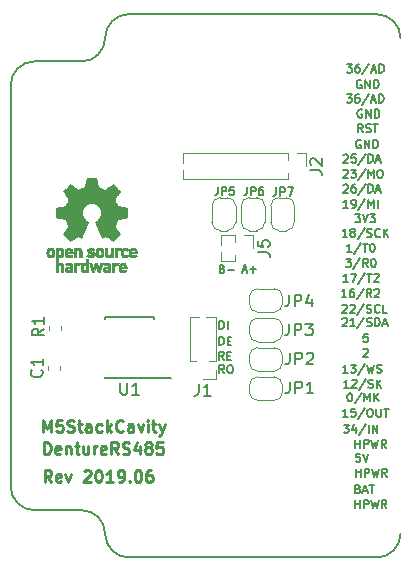
<source format=gbr>
G04 #@! TF.GenerationSoftware,KiCad,Pcbnew,5.1.2-f72e74a~84~ubuntu18.04.1*
G04 #@! TF.CreationDate,2019-06-24T22:58:02+09:00*
G04 #@! TF.ProjectId,dentureRS485,64656e74-7572-4655-9253-3438352e6b69,rev?*
G04 #@! TF.SameCoordinates,Original*
G04 #@! TF.FileFunction,Legend,Top*
G04 #@! TF.FilePolarity,Positive*
%FSLAX46Y46*%
G04 Gerber Fmt 4.6, Leading zero omitted, Abs format (unit mm)*
G04 Created by KiCad (PCBNEW 5.1.2-f72e74a~84~ubuntu18.04.1) date 2019-06-24 22:58:02*
%MOMM*%
%LPD*%
G04 APERTURE LIST*
%ADD10C,0.175000*%
%ADD11C,0.150000*%
%ADD12C,0.250000*%
%ADD13C,0.120000*%
%ADD14C,0.010000*%
G04 APERTURE END LIST*
D10*
X130085966Y-77796433D02*
X130119300Y-77763100D01*
X130185966Y-77729766D01*
X130352633Y-77729766D01*
X130419300Y-77763100D01*
X130452633Y-77796433D01*
X130485966Y-77863100D01*
X130485966Y-77929766D01*
X130452633Y-78029766D01*
X130052633Y-78429766D01*
X130485966Y-78429766D01*
X131152633Y-78429766D02*
X130752633Y-78429766D01*
X130952633Y-78429766D02*
X130952633Y-77729766D01*
X130885966Y-77829766D01*
X130819300Y-77896433D01*
X130752633Y-77929766D01*
X131952633Y-77696433D02*
X131352633Y-78596433D01*
X132152633Y-78396433D02*
X132252633Y-78429766D01*
X132419300Y-78429766D01*
X132485966Y-78396433D01*
X132519300Y-78363100D01*
X132552633Y-78296433D01*
X132552633Y-78229766D01*
X132519300Y-78163100D01*
X132485966Y-78129766D01*
X132419300Y-78096433D01*
X132285966Y-78063100D01*
X132219300Y-78029766D01*
X132185966Y-77996433D01*
X132152633Y-77929766D01*
X132152633Y-77863100D01*
X132185966Y-77796433D01*
X132219300Y-77763100D01*
X132285966Y-77729766D01*
X132452633Y-77729766D01*
X132552633Y-77763100D01*
X132852633Y-78429766D02*
X132852633Y-77729766D01*
X133019300Y-77729766D01*
X133119300Y-77763100D01*
X133185966Y-77829766D01*
X133219300Y-77896433D01*
X133252633Y-78029766D01*
X133252633Y-78129766D01*
X133219300Y-78263100D01*
X133185966Y-78329766D01*
X133119300Y-78396433D01*
X133019300Y-78429766D01*
X132852633Y-78429766D01*
X133519300Y-78229766D02*
X133852633Y-78229766D01*
X133452633Y-78429766D02*
X133685966Y-77729766D01*
X133919300Y-78429766D01*
D11*
X119658800Y-79999866D02*
X119658800Y-79299866D01*
X119825466Y-79299866D01*
X119925466Y-79333200D01*
X119992133Y-79399866D01*
X120025466Y-79466533D01*
X120058800Y-79599866D01*
X120058800Y-79699866D01*
X120025466Y-79833200D01*
X119992133Y-79899866D01*
X119925466Y-79966533D01*
X119825466Y-79999866D01*
X119658800Y-79999866D01*
X120358800Y-79633200D02*
X120592133Y-79633200D01*
X120692133Y-79999866D02*
X120358800Y-79999866D01*
X120358800Y-79299866D01*
X120692133Y-79299866D01*
X120078800Y-82409866D02*
X119845466Y-82076533D01*
X119678800Y-82409866D02*
X119678800Y-81709866D01*
X119945466Y-81709866D01*
X120012133Y-81743200D01*
X120045466Y-81776533D01*
X120078800Y-81843200D01*
X120078800Y-81943200D01*
X120045466Y-82009866D01*
X120012133Y-82043200D01*
X119945466Y-82076533D01*
X119678800Y-82076533D01*
X120512133Y-81709866D02*
X120645466Y-81709866D01*
X120712133Y-81743200D01*
X120778800Y-81809866D01*
X120812133Y-81943200D01*
X120812133Y-82176533D01*
X120778800Y-82309866D01*
X120712133Y-82376533D01*
X120645466Y-82409866D01*
X120512133Y-82409866D01*
X120445466Y-82376533D01*
X120378800Y-82309866D01*
X120345466Y-82176533D01*
X120345466Y-81943200D01*
X120378800Y-81809866D01*
X120445466Y-81743200D01*
X120512133Y-81709866D01*
X120028800Y-81269866D02*
X119795466Y-80936533D01*
X119628800Y-81269866D02*
X119628800Y-80569866D01*
X119895466Y-80569866D01*
X119962133Y-80603200D01*
X119995466Y-80636533D01*
X120028800Y-80703200D01*
X120028800Y-80803200D01*
X119995466Y-80869866D01*
X119962133Y-80903200D01*
X119895466Y-80936533D01*
X119628800Y-80936533D01*
X120328800Y-80903200D02*
X120562133Y-80903200D01*
X120662133Y-81269866D02*
X120328800Y-81269866D01*
X120328800Y-80569866D01*
X120662133Y-80569866D01*
X119658800Y-78659866D02*
X119658800Y-77959866D01*
X119825466Y-77959866D01*
X119925466Y-77993200D01*
X119992133Y-78059866D01*
X120025466Y-78126533D01*
X120058800Y-78259866D01*
X120058800Y-78359866D01*
X120025466Y-78493200D01*
X119992133Y-78559866D01*
X119925466Y-78626533D01*
X119825466Y-78659866D01*
X119658800Y-78659866D01*
X120358800Y-78659866D02*
X120358800Y-77959866D01*
X119915466Y-73563200D02*
X120015466Y-73596533D01*
X120048800Y-73629866D01*
X120082133Y-73696533D01*
X120082133Y-73796533D01*
X120048800Y-73863200D01*
X120015466Y-73896533D01*
X119948800Y-73929866D01*
X119682133Y-73929866D01*
X119682133Y-73229866D01*
X119915466Y-73229866D01*
X119982133Y-73263200D01*
X120015466Y-73296533D01*
X120048800Y-73363200D01*
X120048800Y-73429866D01*
X120015466Y-73496533D01*
X119982133Y-73529866D01*
X119915466Y-73563200D01*
X119682133Y-73563200D01*
X120382133Y-73663200D02*
X120915466Y-73663200D01*
X121638800Y-73679866D02*
X121972133Y-73679866D01*
X121572133Y-73879866D02*
X121805466Y-73179866D01*
X122038800Y-73879866D01*
X122272133Y-73613200D02*
X122805466Y-73613200D01*
X122538800Y-73879866D02*
X122538800Y-73346533D01*
D12*
X104814990Y-89245580D02*
X104814990Y-88245580D01*
X105053085Y-88245580D01*
X105195942Y-88293200D01*
X105291180Y-88388438D01*
X105338800Y-88483676D01*
X105386419Y-88674152D01*
X105386419Y-88817009D01*
X105338800Y-89007485D01*
X105291180Y-89102723D01*
X105195942Y-89197961D01*
X105053085Y-89245580D01*
X104814990Y-89245580D01*
X106195942Y-89197961D02*
X106100704Y-89245580D01*
X105910228Y-89245580D01*
X105814990Y-89197961D01*
X105767371Y-89102723D01*
X105767371Y-88721771D01*
X105814990Y-88626533D01*
X105910228Y-88578914D01*
X106100704Y-88578914D01*
X106195942Y-88626533D01*
X106243561Y-88721771D01*
X106243561Y-88817009D01*
X105767371Y-88912247D01*
X106672133Y-88578914D02*
X106672133Y-89245580D01*
X106672133Y-88674152D02*
X106719752Y-88626533D01*
X106814990Y-88578914D01*
X106957847Y-88578914D01*
X107053085Y-88626533D01*
X107100704Y-88721771D01*
X107100704Y-89245580D01*
X107434038Y-88578914D02*
X107814990Y-88578914D01*
X107576895Y-88245580D02*
X107576895Y-89102723D01*
X107624514Y-89197961D01*
X107719752Y-89245580D01*
X107814990Y-89245580D01*
X108576895Y-88578914D02*
X108576895Y-89245580D01*
X108148323Y-88578914D02*
X108148323Y-89102723D01*
X108195942Y-89197961D01*
X108291180Y-89245580D01*
X108434038Y-89245580D01*
X108529276Y-89197961D01*
X108576895Y-89150342D01*
X109053085Y-89245580D02*
X109053085Y-88578914D01*
X109053085Y-88769390D02*
X109100704Y-88674152D01*
X109148323Y-88626533D01*
X109243561Y-88578914D01*
X109338800Y-88578914D01*
X110053085Y-89197961D02*
X109957847Y-89245580D01*
X109767371Y-89245580D01*
X109672133Y-89197961D01*
X109624514Y-89102723D01*
X109624514Y-88721771D01*
X109672133Y-88626533D01*
X109767371Y-88578914D01*
X109957847Y-88578914D01*
X110053085Y-88626533D01*
X110100704Y-88721771D01*
X110100704Y-88817009D01*
X109624514Y-88912247D01*
X111100704Y-89245580D02*
X110767371Y-88769390D01*
X110529276Y-89245580D02*
X110529276Y-88245580D01*
X110910228Y-88245580D01*
X111005466Y-88293200D01*
X111053085Y-88340819D01*
X111100704Y-88436057D01*
X111100704Y-88578914D01*
X111053085Y-88674152D01*
X111005466Y-88721771D01*
X110910228Y-88769390D01*
X110529276Y-88769390D01*
X111481657Y-89197961D02*
X111624514Y-89245580D01*
X111862609Y-89245580D01*
X111957847Y-89197961D01*
X112005466Y-89150342D01*
X112053085Y-89055104D01*
X112053085Y-88959866D01*
X112005466Y-88864628D01*
X111957847Y-88817009D01*
X111862609Y-88769390D01*
X111672133Y-88721771D01*
X111576895Y-88674152D01*
X111529276Y-88626533D01*
X111481657Y-88531295D01*
X111481657Y-88436057D01*
X111529276Y-88340819D01*
X111576895Y-88293200D01*
X111672133Y-88245580D01*
X111910228Y-88245580D01*
X112053085Y-88293200D01*
X112910228Y-88578914D02*
X112910228Y-89245580D01*
X112672133Y-88197961D02*
X112434038Y-88912247D01*
X113053085Y-88912247D01*
X113576895Y-88674152D02*
X113481657Y-88626533D01*
X113434038Y-88578914D01*
X113386419Y-88483676D01*
X113386419Y-88436057D01*
X113434038Y-88340819D01*
X113481657Y-88293200D01*
X113576895Y-88245580D01*
X113767371Y-88245580D01*
X113862609Y-88293200D01*
X113910228Y-88340819D01*
X113957847Y-88436057D01*
X113957847Y-88483676D01*
X113910228Y-88578914D01*
X113862609Y-88626533D01*
X113767371Y-88674152D01*
X113576895Y-88674152D01*
X113481657Y-88721771D01*
X113434038Y-88769390D01*
X113386419Y-88864628D01*
X113386419Y-89055104D01*
X113434038Y-89150342D01*
X113481657Y-89197961D01*
X113576895Y-89245580D01*
X113767371Y-89245580D01*
X113862609Y-89197961D01*
X113910228Y-89150342D01*
X113957847Y-89055104D01*
X113957847Y-88864628D01*
X113910228Y-88769390D01*
X113862609Y-88721771D01*
X113767371Y-88674152D01*
X114862609Y-88245580D02*
X114386419Y-88245580D01*
X114338800Y-88721771D01*
X114386419Y-88674152D01*
X114481657Y-88626533D01*
X114719752Y-88626533D01*
X114814990Y-88674152D01*
X114862609Y-88721771D01*
X114910228Y-88817009D01*
X114910228Y-89055104D01*
X114862609Y-89150342D01*
X114814990Y-89197961D01*
X114719752Y-89245580D01*
X114481657Y-89245580D01*
X114386419Y-89197961D01*
X114338800Y-89150342D01*
D10*
X131177300Y-93834866D02*
X131177300Y-93134866D01*
X131177300Y-93468200D02*
X131577300Y-93468200D01*
X131577300Y-93834866D02*
X131577300Y-93134866D01*
X131910633Y-93834866D02*
X131910633Y-93134866D01*
X132177300Y-93134866D01*
X132243966Y-93168200D01*
X132277300Y-93201533D01*
X132310633Y-93268200D01*
X132310633Y-93368200D01*
X132277300Y-93434866D01*
X132243966Y-93468200D01*
X132177300Y-93501533D01*
X131910633Y-93501533D01*
X132543966Y-93134866D02*
X132710633Y-93834866D01*
X132843966Y-93334866D01*
X132977300Y-93834866D01*
X133143966Y-93134866D01*
X133810633Y-93834866D02*
X133577300Y-93501533D01*
X133410633Y-93834866D02*
X133410633Y-93134866D01*
X133677300Y-93134866D01*
X133743966Y-93168200D01*
X133777300Y-93201533D01*
X133810633Y-93268200D01*
X133810633Y-93368200D01*
X133777300Y-93434866D01*
X133743966Y-93468200D01*
X133677300Y-93501533D01*
X133410633Y-93501533D01*
X131228100Y-91167866D02*
X131228100Y-90467866D01*
X131228100Y-90801200D02*
X131628100Y-90801200D01*
X131628100Y-91167866D02*
X131628100Y-90467866D01*
X131961433Y-91167866D02*
X131961433Y-90467866D01*
X132228100Y-90467866D01*
X132294766Y-90501200D01*
X132328100Y-90534533D01*
X132361433Y-90601200D01*
X132361433Y-90701200D01*
X132328100Y-90767866D01*
X132294766Y-90801200D01*
X132228100Y-90834533D01*
X131961433Y-90834533D01*
X132594766Y-90467866D02*
X132761433Y-91167866D01*
X132894766Y-90667866D01*
X133028100Y-91167866D01*
X133194766Y-90467866D01*
X133861433Y-91167866D02*
X133628100Y-90834533D01*
X133461433Y-91167866D02*
X133461433Y-90467866D01*
X133728100Y-90467866D01*
X133794766Y-90501200D01*
X133828100Y-90534533D01*
X133861433Y-90601200D01*
X133861433Y-90701200D01*
X133828100Y-90767866D01*
X133794766Y-90801200D01*
X133728100Y-90834533D01*
X133461433Y-90834533D01*
X131164600Y-88716766D02*
X131164600Y-88016766D01*
X131164600Y-88350100D02*
X131564600Y-88350100D01*
X131564600Y-88716766D02*
X131564600Y-88016766D01*
X131897933Y-88716766D02*
X131897933Y-88016766D01*
X132164600Y-88016766D01*
X132231266Y-88050100D01*
X132264600Y-88083433D01*
X132297933Y-88150100D01*
X132297933Y-88250100D01*
X132264600Y-88316766D01*
X132231266Y-88350100D01*
X132164600Y-88383433D01*
X131897933Y-88383433D01*
X132531266Y-88016766D02*
X132697933Y-88716766D01*
X132831266Y-88216766D01*
X132964600Y-88716766D01*
X133131266Y-88016766D01*
X133797933Y-88716766D02*
X133564600Y-88383433D01*
X133397933Y-88716766D02*
X133397933Y-88016766D01*
X133664600Y-88016766D01*
X133731266Y-88050100D01*
X133764600Y-88083433D01*
X133797933Y-88150100D01*
X133797933Y-88250100D01*
X133764600Y-88316766D01*
X133731266Y-88350100D01*
X133664600Y-88383433D01*
X133397933Y-88383433D01*
X131867500Y-80375333D02*
X131900833Y-80342000D01*
X131967500Y-80308666D01*
X132134166Y-80308666D01*
X132200833Y-80342000D01*
X132234166Y-80375333D01*
X132267500Y-80442000D01*
X132267500Y-80508666D01*
X132234166Y-80608666D01*
X131834166Y-81008666D01*
X132267500Y-81008666D01*
X132234166Y-79064066D02*
X131900833Y-79064066D01*
X131867500Y-79397400D01*
X131900833Y-79364066D01*
X131967500Y-79330733D01*
X132134166Y-79330733D01*
X132200833Y-79364066D01*
X132234166Y-79397400D01*
X132267500Y-79464066D01*
X132267500Y-79630733D01*
X132234166Y-79697400D01*
X132200833Y-79730733D01*
X132134166Y-79764066D01*
X131967500Y-79764066D01*
X131900833Y-79730733D01*
X131867500Y-79697400D01*
X131401833Y-92185500D02*
X131501833Y-92218833D01*
X131535166Y-92252166D01*
X131568500Y-92318833D01*
X131568500Y-92418833D01*
X131535166Y-92485500D01*
X131501833Y-92518833D01*
X131435166Y-92552166D01*
X131168500Y-92552166D01*
X131168500Y-91852166D01*
X131401833Y-91852166D01*
X131468500Y-91885500D01*
X131501833Y-91918833D01*
X131535166Y-91985500D01*
X131535166Y-92052166D01*
X131501833Y-92118833D01*
X131468500Y-92152166D01*
X131401833Y-92185500D01*
X131168500Y-92185500D01*
X131835166Y-92352166D02*
X132168500Y-92352166D01*
X131768500Y-92552166D02*
X132001833Y-91852166D01*
X132235166Y-92552166D01*
X132368500Y-91852166D02*
X132768500Y-91852166D01*
X132568500Y-92552166D02*
X132568500Y-91852166D01*
X131581966Y-89197866D02*
X131248633Y-89197866D01*
X131215300Y-89531200D01*
X131248633Y-89497866D01*
X131315300Y-89464533D01*
X131481966Y-89464533D01*
X131548633Y-89497866D01*
X131581966Y-89531200D01*
X131615300Y-89597866D01*
X131615300Y-89764533D01*
X131581966Y-89831200D01*
X131548633Y-89864533D01*
X131481966Y-89897866D01*
X131315300Y-89897866D01*
X131248633Y-89864533D01*
X131215300Y-89831200D01*
X131815300Y-89197866D02*
X132048633Y-89897866D01*
X132281966Y-89197866D01*
X131815466Y-61999866D02*
X131582133Y-61666533D01*
X131415466Y-61999866D02*
X131415466Y-61299866D01*
X131682133Y-61299866D01*
X131748800Y-61333200D01*
X131782133Y-61366533D01*
X131815466Y-61433200D01*
X131815466Y-61533200D01*
X131782133Y-61599866D01*
X131748800Y-61633200D01*
X131682133Y-61666533D01*
X131415466Y-61666533D01*
X132082133Y-61966533D02*
X132182133Y-61999866D01*
X132348800Y-61999866D01*
X132415466Y-61966533D01*
X132448800Y-61933200D01*
X132482133Y-61866533D01*
X132482133Y-61799866D01*
X132448800Y-61733200D01*
X132415466Y-61699866D01*
X132348800Y-61666533D01*
X132215466Y-61633200D01*
X132148800Y-61599866D01*
X132115466Y-61566533D01*
X132082133Y-61499866D01*
X132082133Y-61433200D01*
X132115466Y-61366533D01*
X132148800Y-61333200D01*
X132215466Y-61299866D01*
X132382133Y-61299866D01*
X132482133Y-61333200D01*
X132682133Y-61299866D02*
X133082133Y-61299866D01*
X132882133Y-61999866D02*
X132882133Y-61299866D01*
X131626466Y-62688200D02*
X131559800Y-62654866D01*
X131459800Y-62654866D01*
X131359800Y-62688200D01*
X131293133Y-62754866D01*
X131259800Y-62821533D01*
X131226466Y-62954866D01*
X131226466Y-63054866D01*
X131259800Y-63188200D01*
X131293133Y-63254866D01*
X131359800Y-63321533D01*
X131459800Y-63354866D01*
X131526466Y-63354866D01*
X131626466Y-63321533D01*
X131659800Y-63288200D01*
X131659800Y-63054866D01*
X131526466Y-63054866D01*
X131959800Y-63354866D02*
X131959800Y-62654866D01*
X132359800Y-63354866D01*
X132359800Y-62654866D01*
X132693133Y-63354866D02*
X132693133Y-62654866D01*
X132859800Y-62654866D01*
X132959800Y-62688200D01*
X133026466Y-62754866D01*
X133059800Y-62821533D01*
X133093133Y-62954866D01*
X133093133Y-63054866D01*
X133059800Y-63188200D01*
X133026466Y-63254866D01*
X132959800Y-63321533D01*
X132859800Y-63354866D01*
X132693133Y-63354866D01*
X131745466Y-60103200D02*
X131678800Y-60069866D01*
X131578800Y-60069866D01*
X131478800Y-60103200D01*
X131412133Y-60169866D01*
X131378800Y-60236533D01*
X131345466Y-60369866D01*
X131345466Y-60469866D01*
X131378800Y-60603200D01*
X131412133Y-60669866D01*
X131478800Y-60736533D01*
X131578800Y-60769866D01*
X131645466Y-60769866D01*
X131745466Y-60736533D01*
X131778800Y-60703200D01*
X131778800Y-60469866D01*
X131645466Y-60469866D01*
X132078800Y-60769866D02*
X132078800Y-60069866D01*
X132478800Y-60769866D01*
X132478800Y-60069866D01*
X132812133Y-60769866D02*
X132812133Y-60069866D01*
X132978800Y-60069866D01*
X133078800Y-60103200D01*
X133145466Y-60169866D01*
X133178800Y-60236533D01*
X133212133Y-60369866D01*
X133212133Y-60469866D01*
X133178800Y-60603200D01*
X133145466Y-60669866D01*
X133078800Y-60736533D01*
X132978800Y-60769866D01*
X132812133Y-60769866D01*
X131681866Y-57612000D02*
X131615200Y-57578666D01*
X131515200Y-57578666D01*
X131415200Y-57612000D01*
X131348533Y-57678666D01*
X131315200Y-57745333D01*
X131281866Y-57878666D01*
X131281866Y-57978666D01*
X131315200Y-58112000D01*
X131348533Y-58178666D01*
X131415200Y-58245333D01*
X131515200Y-58278666D01*
X131581866Y-58278666D01*
X131681866Y-58245333D01*
X131715200Y-58212000D01*
X131715200Y-57978666D01*
X131581866Y-57978666D01*
X132015200Y-58278666D02*
X132015200Y-57578666D01*
X132415200Y-58278666D01*
X132415200Y-57578666D01*
X132748533Y-58278666D02*
X132748533Y-57578666D01*
X132915200Y-57578666D01*
X133015200Y-57612000D01*
X133081866Y-57678666D01*
X133115200Y-57745333D01*
X133148533Y-57878666D01*
X133148533Y-57978666D01*
X133115200Y-58112000D01*
X133081866Y-58178666D01*
X133015200Y-58245333D01*
X132915200Y-58278666D01*
X132748533Y-58278666D01*
D11*
X112000000Y-98000000D02*
G75*
G02X110000000Y-96000000I0J2000000D01*
G01*
X104000000Y-94000000D02*
G75*
G02X102000000Y-92000000I0J2000000D01*
G01*
X102000000Y-58000000D02*
G75*
G02X104000000Y-56000000I2000000J0D01*
G01*
X110000000Y-54000000D02*
G75*
G02X112000000Y-52000000I2000000J0D01*
G01*
X110000000Y-54000000D02*
G75*
G02X108000000Y-56000000I-2000000J0D01*
G01*
X108000000Y-94000000D02*
G75*
G02X110000000Y-96000000I0J-2000000D01*
G01*
X135000000Y-96000000D02*
G75*
G02X133000000Y-98000000I-2000000J0D01*
G01*
X133000000Y-52000000D02*
G75*
G02X135000000Y-54000000I0J-2000000D01*
G01*
D10*
X131166133Y-68928666D02*
X131599466Y-68928666D01*
X131366133Y-69195333D01*
X131466133Y-69195333D01*
X131532800Y-69228666D01*
X131566133Y-69262000D01*
X131599466Y-69328666D01*
X131599466Y-69495333D01*
X131566133Y-69562000D01*
X131532800Y-69595333D01*
X131466133Y-69628666D01*
X131266133Y-69628666D01*
X131199466Y-69595333D01*
X131166133Y-69562000D01*
X131799466Y-68928666D02*
X132032800Y-69628666D01*
X132266133Y-68928666D01*
X132432800Y-68928666D02*
X132866133Y-68928666D01*
X132632800Y-69195333D01*
X132732800Y-69195333D01*
X132799466Y-69228666D01*
X132832800Y-69262000D01*
X132866133Y-69328666D01*
X132866133Y-69495333D01*
X132832800Y-69562000D01*
X132799466Y-69595333D01*
X132732800Y-69628666D01*
X132532800Y-69628666D01*
X132466133Y-69595333D01*
X132432800Y-69562000D01*
X130499466Y-70860566D02*
X130099466Y-70860566D01*
X130299466Y-70860566D02*
X130299466Y-70160566D01*
X130232800Y-70260566D01*
X130166133Y-70327233D01*
X130099466Y-70360566D01*
X130899466Y-70460566D02*
X130832800Y-70427233D01*
X130799466Y-70393900D01*
X130766133Y-70327233D01*
X130766133Y-70293900D01*
X130799466Y-70227233D01*
X130832800Y-70193900D01*
X130899466Y-70160566D01*
X131032800Y-70160566D01*
X131099466Y-70193900D01*
X131132800Y-70227233D01*
X131166133Y-70293900D01*
X131166133Y-70327233D01*
X131132800Y-70393900D01*
X131099466Y-70427233D01*
X131032800Y-70460566D01*
X130899466Y-70460566D01*
X130832800Y-70493900D01*
X130799466Y-70527233D01*
X130766133Y-70593900D01*
X130766133Y-70727233D01*
X130799466Y-70793900D01*
X130832800Y-70827233D01*
X130899466Y-70860566D01*
X131032800Y-70860566D01*
X131099466Y-70827233D01*
X131132800Y-70793900D01*
X131166133Y-70727233D01*
X131166133Y-70593900D01*
X131132800Y-70527233D01*
X131099466Y-70493900D01*
X131032800Y-70460566D01*
X131966133Y-70127233D02*
X131366133Y-71027233D01*
X132166133Y-70827233D02*
X132266133Y-70860566D01*
X132432800Y-70860566D01*
X132499466Y-70827233D01*
X132532800Y-70793900D01*
X132566133Y-70727233D01*
X132566133Y-70660566D01*
X132532800Y-70593900D01*
X132499466Y-70560566D01*
X132432800Y-70527233D01*
X132299466Y-70493900D01*
X132232800Y-70460566D01*
X132199466Y-70427233D01*
X132166133Y-70360566D01*
X132166133Y-70293900D01*
X132199466Y-70227233D01*
X132232800Y-70193900D01*
X132299466Y-70160566D01*
X132466133Y-70160566D01*
X132566133Y-70193900D01*
X133266133Y-70793900D02*
X133232800Y-70827233D01*
X133132800Y-70860566D01*
X133066133Y-70860566D01*
X132966133Y-70827233D01*
X132899466Y-70760566D01*
X132866133Y-70693900D01*
X132832800Y-70560566D01*
X132832800Y-70460566D01*
X132866133Y-70327233D01*
X132899466Y-70260566D01*
X132966133Y-70193900D01*
X133066133Y-70160566D01*
X133132800Y-70160566D01*
X133232800Y-70193900D01*
X133266133Y-70227233D01*
X133566133Y-70860566D02*
X133566133Y-70160566D01*
X133966133Y-70860566D02*
X133666133Y-70460566D01*
X133966133Y-70160566D02*
X133566133Y-70560566D01*
X130572433Y-68396766D02*
X130172433Y-68396766D01*
X130372433Y-68396766D02*
X130372433Y-67696766D01*
X130305766Y-67796766D01*
X130239100Y-67863433D01*
X130172433Y-67896766D01*
X130905766Y-68396766D02*
X131039100Y-68396766D01*
X131105766Y-68363433D01*
X131139100Y-68330100D01*
X131205766Y-68230100D01*
X131239100Y-68096766D01*
X131239100Y-67830100D01*
X131205766Y-67763433D01*
X131172433Y-67730100D01*
X131105766Y-67696766D01*
X130972433Y-67696766D01*
X130905766Y-67730100D01*
X130872433Y-67763433D01*
X130839100Y-67830100D01*
X130839100Y-67996766D01*
X130872433Y-68063433D01*
X130905766Y-68096766D01*
X130972433Y-68130100D01*
X131105766Y-68130100D01*
X131172433Y-68096766D01*
X131205766Y-68063433D01*
X131239100Y-67996766D01*
X132039100Y-67663433D02*
X131439100Y-68563433D01*
X132272433Y-68396766D02*
X132272433Y-67696766D01*
X132505766Y-68196766D01*
X132739100Y-67696766D01*
X132739100Y-68396766D01*
X133072433Y-68396766D02*
X133072433Y-67696766D01*
X130175633Y-65223433D02*
X130208966Y-65190100D01*
X130275633Y-65156766D01*
X130442300Y-65156766D01*
X130508966Y-65190100D01*
X130542300Y-65223433D01*
X130575633Y-65290100D01*
X130575633Y-65356766D01*
X130542300Y-65456766D01*
X130142300Y-65856766D01*
X130575633Y-65856766D01*
X130808966Y-65156766D02*
X131242300Y-65156766D01*
X131008966Y-65423433D01*
X131108966Y-65423433D01*
X131175633Y-65456766D01*
X131208966Y-65490100D01*
X131242300Y-65556766D01*
X131242300Y-65723433D01*
X131208966Y-65790100D01*
X131175633Y-65823433D01*
X131108966Y-65856766D01*
X130908966Y-65856766D01*
X130842300Y-65823433D01*
X130808966Y-65790100D01*
X132042300Y-65123433D02*
X131442300Y-66023433D01*
X132275633Y-65856766D02*
X132275633Y-65156766D01*
X132508966Y-65656766D01*
X132742300Y-65156766D01*
X132742300Y-65856766D01*
X133208966Y-65156766D02*
X133342300Y-65156766D01*
X133408966Y-65190100D01*
X133475633Y-65256766D01*
X133508966Y-65390100D01*
X133508966Y-65623433D01*
X133475633Y-65756766D01*
X133408966Y-65823433D01*
X133342300Y-65856766D01*
X133208966Y-65856766D01*
X133142300Y-65823433D01*
X133075633Y-65756766D01*
X133042300Y-65623433D01*
X133042300Y-65390100D01*
X133075633Y-65256766D01*
X133142300Y-65190100D01*
X133208966Y-65156766D01*
X130532800Y-86087866D02*
X130132800Y-86087866D01*
X130332800Y-86087866D02*
X130332800Y-85387866D01*
X130266133Y-85487866D01*
X130199466Y-85554533D01*
X130132800Y-85587866D01*
X131166133Y-85387866D02*
X130832800Y-85387866D01*
X130799466Y-85721200D01*
X130832800Y-85687866D01*
X130899466Y-85654533D01*
X131066133Y-85654533D01*
X131132800Y-85687866D01*
X131166133Y-85721200D01*
X131199466Y-85787866D01*
X131199466Y-85954533D01*
X131166133Y-86021200D01*
X131132800Y-86054533D01*
X131066133Y-86087866D01*
X130899466Y-86087866D01*
X130832800Y-86054533D01*
X130799466Y-86021200D01*
X131999466Y-85354533D02*
X131399466Y-86254533D01*
X132366133Y-85387866D02*
X132499466Y-85387866D01*
X132566133Y-85421200D01*
X132632800Y-85487866D01*
X132666133Y-85621200D01*
X132666133Y-85854533D01*
X132632800Y-85987866D01*
X132566133Y-86054533D01*
X132499466Y-86087866D01*
X132366133Y-86087866D01*
X132299466Y-86054533D01*
X132232800Y-85987866D01*
X132199466Y-85854533D01*
X132199466Y-85621200D01*
X132232800Y-85487866D01*
X132299466Y-85421200D01*
X132366133Y-85387866D01*
X132966133Y-85387866D02*
X132966133Y-85954533D01*
X132999466Y-86021200D01*
X133032800Y-86054533D01*
X133099466Y-86087866D01*
X133232800Y-86087866D01*
X133299466Y-86054533D01*
X133332800Y-86021200D01*
X133366133Y-85954533D01*
X133366133Y-85387866D01*
X133599466Y-85387866D02*
X133999466Y-85387866D01*
X133799466Y-86087866D02*
X133799466Y-85387866D01*
X130620866Y-83636766D02*
X130220866Y-83636766D01*
X130420866Y-83636766D02*
X130420866Y-82936766D01*
X130354200Y-83036766D01*
X130287533Y-83103433D01*
X130220866Y-83136766D01*
X130887533Y-83003433D02*
X130920866Y-82970100D01*
X130987533Y-82936766D01*
X131154200Y-82936766D01*
X131220866Y-82970100D01*
X131254200Y-83003433D01*
X131287533Y-83070100D01*
X131287533Y-83136766D01*
X131254200Y-83236766D01*
X130854200Y-83636766D01*
X131287533Y-83636766D01*
X132087533Y-82903433D02*
X131487533Y-83803433D01*
X132287533Y-83603433D02*
X132387533Y-83636766D01*
X132554200Y-83636766D01*
X132620866Y-83603433D01*
X132654200Y-83570100D01*
X132687533Y-83503433D01*
X132687533Y-83436766D01*
X132654200Y-83370100D01*
X132620866Y-83336766D01*
X132554200Y-83303433D01*
X132420866Y-83270100D01*
X132354200Y-83236766D01*
X132320866Y-83203433D01*
X132287533Y-83136766D01*
X132287533Y-83070100D01*
X132320866Y-83003433D01*
X132354200Y-82970100D01*
X132420866Y-82936766D01*
X132587533Y-82936766D01*
X132687533Y-82970100D01*
X132987533Y-83636766D02*
X132987533Y-82936766D01*
X133387533Y-83636766D02*
X133087533Y-83236766D01*
X133387533Y-82936766D02*
X132987533Y-83336766D01*
X130381166Y-72700566D02*
X130814500Y-72700566D01*
X130581166Y-72967233D01*
X130681166Y-72967233D01*
X130747833Y-73000566D01*
X130781166Y-73033900D01*
X130814500Y-73100566D01*
X130814500Y-73267233D01*
X130781166Y-73333900D01*
X130747833Y-73367233D01*
X130681166Y-73400566D01*
X130481166Y-73400566D01*
X130414500Y-73367233D01*
X130381166Y-73333900D01*
X131614500Y-72667233D02*
X131014500Y-73567233D01*
X132247833Y-73400566D02*
X132014500Y-73067233D01*
X131847833Y-73400566D02*
X131847833Y-72700566D01*
X132114500Y-72700566D01*
X132181166Y-72733900D01*
X132214500Y-72767233D01*
X132247833Y-72833900D01*
X132247833Y-72933900D01*
X132214500Y-73000566D01*
X132181166Y-73033900D01*
X132114500Y-73067233D01*
X131847833Y-73067233D01*
X132681166Y-72700566D02*
X132747833Y-72700566D01*
X132814500Y-72733900D01*
X132847833Y-72767233D01*
X132881166Y-72833900D01*
X132914500Y-72967233D01*
X132914500Y-73133900D01*
X132881166Y-73267233D01*
X132847833Y-73333900D01*
X132814500Y-73367233D01*
X132747833Y-73400566D01*
X132681166Y-73400566D01*
X132614500Y-73367233D01*
X132581166Y-73333900D01*
X132547833Y-73267233D01*
X132514500Y-73133900D01*
X132514500Y-72967233D01*
X132547833Y-72833900D01*
X132581166Y-72767233D01*
X132614500Y-72733900D01*
X132681166Y-72700566D01*
X130430366Y-75965966D02*
X130030366Y-75965966D01*
X130230366Y-75965966D02*
X130230366Y-75265966D01*
X130163700Y-75365966D01*
X130097033Y-75432633D01*
X130030366Y-75465966D01*
X131030366Y-75265966D02*
X130897033Y-75265966D01*
X130830366Y-75299300D01*
X130797033Y-75332633D01*
X130730366Y-75432633D01*
X130697033Y-75565966D01*
X130697033Y-75832633D01*
X130730366Y-75899300D01*
X130763700Y-75932633D01*
X130830366Y-75965966D01*
X130963700Y-75965966D01*
X131030366Y-75932633D01*
X131063700Y-75899300D01*
X131097033Y-75832633D01*
X131097033Y-75665966D01*
X131063700Y-75599300D01*
X131030366Y-75565966D01*
X130963700Y-75532633D01*
X130830366Y-75532633D01*
X130763700Y-75565966D01*
X130730366Y-75599300D01*
X130697033Y-75665966D01*
X131897033Y-75232633D02*
X131297033Y-76132633D01*
X132530366Y-75965966D02*
X132297033Y-75632633D01*
X132130366Y-75965966D02*
X132130366Y-75265966D01*
X132397033Y-75265966D01*
X132463700Y-75299300D01*
X132497033Y-75332633D01*
X132530366Y-75399300D01*
X132530366Y-75499300D01*
X132497033Y-75565966D01*
X132463700Y-75599300D01*
X132397033Y-75632633D01*
X132130366Y-75632633D01*
X132797033Y-75332633D02*
X132830366Y-75299300D01*
X132897033Y-75265966D01*
X133063700Y-75265966D01*
X133130366Y-75299300D01*
X133163700Y-75332633D01*
X133197033Y-75399300D01*
X133197033Y-75465966D01*
X133163700Y-75565966D01*
X132763700Y-75965966D01*
X133197033Y-75965966D01*
D11*
X112000000Y-98000000D02*
X133000000Y-98000000D01*
X104000000Y-94000000D02*
X108000000Y-94000000D01*
X102000000Y-58000000D02*
X102000000Y-92000000D01*
X108000000Y-56000000D02*
X104000000Y-56000000D01*
X133000000Y-52000000D02*
X112000000Y-52000000D01*
D12*
X104753561Y-87365580D02*
X104753561Y-86365580D01*
X105086895Y-87079866D01*
X105420228Y-86365580D01*
X105420228Y-87365580D01*
X106372609Y-86365580D02*
X105896419Y-86365580D01*
X105848800Y-86841771D01*
X105896419Y-86794152D01*
X105991657Y-86746533D01*
X106229752Y-86746533D01*
X106324990Y-86794152D01*
X106372609Y-86841771D01*
X106420228Y-86937009D01*
X106420228Y-87175104D01*
X106372609Y-87270342D01*
X106324990Y-87317961D01*
X106229752Y-87365580D01*
X105991657Y-87365580D01*
X105896419Y-87317961D01*
X105848800Y-87270342D01*
X106801180Y-87317961D02*
X106944038Y-87365580D01*
X107182133Y-87365580D01*
X107277371Y-87317961D01*
X107324990Y-87270342D01*
X107372609Y-87175104D01*
X107372609Y-87079866D01*
X107324990Y-86984628D01*
X107277371Y-86937009D01*
X107182133Y-86889390D01*
X106991657Y-86841771D01*
X106896419Y-86794152D01*
X106848800Y-86746533D01*
X106801180Y-86651295D01*
X106801180Y-86556057D01*
X106848800Y-86460819D01*
X106896419Y-86413200D01*
X106991657Y-86365580D01*
X107229752Y-86365580D01*
X107372609Y-86413200D01*
X107658323Y-86698914D02*
X108039276Y-86698914D01*
X107801180Y-86365580D02*
X107801180Y-87222723D01*
X107848800Y-87317961D01*
X107944038Y-87365580D01*
X108039276Y-87365580D01*
X108801180Y-87365580D02*
X108801180Y-86841771D01*
X108753561Y-86746533D01*
X108658323Y-86698914D01*
X108467847Y-86698914D01*
X108372609Y-86746533D01*
X108801180Y-87317961D02*
X108705942Y-87365580D01*
X108467847Y-87365580D01*
X108372609Y-87317961D01*
X108324990Y-87222723D01*
X108324990Y-87127485D01*
X108372609Y-87032247D01*
X108467847Y-86984628D01*
X108705942Y-86984628D01*
X108801180Y-86937009D01*
X109705942Y-87317961D02*
X109610704Y-87365580D01*
X109420228Y-87365580D01*
X109324990Y-87317961D01*
X109277371Y-87270342D01*
X109229752Y-87175104D01*
X109229752Y-86889390D01*
X109277371Y-86794152D01*
X109324990Y-86746533D01*
X109420228Y-86698914D01*
X109610704Y-86698914D01*
X109705942Y-86746533D01*
X110134514Y-87365580D02*
X110134514Y-86365580D01*
X110229752Y-86984628D02*
X110515466Y-87365580D01*
X110515466Y-86698914D02*
X110134514Y-87079866D01*
X111515466Y-87270342D02*
X111467847Y-87317961D01*
X111324990Y-87365580D01*
X111229752Y-87365580D01*
X111086895Y-87317961D01*
X110991657Y-87222723D01*
X110944038Y-87127485D01*
X110896419Y-86937009D01*
X110896419Y-86794152D01*
X110944038Y-86603676D01*
X110991657Y-86508438D01*
X111086895Y-86413200D01*
X111229752Y-86365580D01*
X111324990Y-86365580D01*
X111467847Y-86413200D01*
X111515466Y-86460819D01*
X112372609Y-87365580D02*
X112372609Y-86841771D01*
X112324990Y-86746533D01*
X112229752Y-86698914D01*
X112039276Y-86698914D01*
X111944038Y-86746533D01*
X112372609Y-87317961D02*
X112277371Y-87365580D01*
X112039276Y-87365580D01*
X111944038Y-87317961D01*
X111896419Y-87222723D01*
X111896419Y-87127485D01*
X111944038Y-87032247D01*
X112039276Y-86984628D01*
X112277371Y-86984628D01*
X112372609Y-86937009D01*
X112753561Y-86698914D02*
X112991657Y-87365580D01*
X113229752Y-86698914D01*
X113610704Y-87365580D02*
X113610704Y-86698914D01*
X113610704Y-86365580D02*
X113563085Y-86413200D01*
X113610704Y-86460819D01*
X113658323Y-86413200D01*
X113610704Y-86365580D01*
X113610704Y-86460819D01*
X113944038Y-86698914D02*
X114324990Y-86698914D01*
X114086895Y-86365580D02*
X114086895Y-87222723D01*
X114134514Y-87317961D01*
X114229752Y-87365580D01*
X114324990Y-87365580D01*
X114563085Y-86698914D02*
X114801180Y-87365580D01*
X115039276Y-86698914D02*
X114801180Y-87365580D01*
X114705942Y-87603676D01*
X114658323Y-87651295D01*
X114563085Y-87698914D01*
D10*
X130185133Y-86746766D02*
X130618466Y-86746766D01*
X130385133Y-87013433D01*
X130485133Y-87013433D01*
X130551800Y-87046766D01*
X130585133Y-87080100D01*
X130618466Y-87146766D01*
X130618466Y-87313433D01*
X130585133Y-87380100D01*
X130551800Y-87413433D01*
X130485133Y-87446766D01*
X130285133Y-87446766D01*
X130218466Y-87413433D01*
X130185133Y-87380100D01*
X131218466Y-86980100D02*
X131218466Y-87446766D01*
X131051800Y-86713433D02*
X130885133Y-87213433D01*
X131318466Y-87213433D01*
X132085133Y-86713433D02*
X131485133Y-87613433D01*
X132318466Y-87446766D02*
X132318466Y-86746766D01*
X132651800Y-87446766D02*
X132651800Y-86746766D01*
X133051800Y-87446766D01*
X133051800Y-86746766D01*
X130679600Y-84092466D02*
X130746266Y-84092466D01*
X130812933Y-84125800D01*
X130846266Y-84159133D01*
X130879600Y-84225800D01*
X130912933Y-84359133D01*
X130912933Y-84525800D01*
X130879600Y-84659133D01*
X130846266Y-84725800D01*
X130812933Y-84759133D01*
X130746266Y-84792466D01*
X130679600Y-84792466D01*
X130612933Y-84759133D01*
X130579600Y-84725800D01*
X130546266Y-84659133D01*
X130512933Y-84525800D01*
X130512933Y-84359133D01*
X130546266Y-84225800D01*
X130579600Y-84159133D01*
X130612933Y-84125800D01*
X130679600Y-84092466D01*
X131712933Y-84059133D02*
X131112933Y-84959133D01*
X131946266Y-84792466D02*
X131946266Y-84092466D01*
X132179600Y-84592466D01*
X132412933Y-84092466D01*
X132412933Y-84792466D01*
X132746266Y-84792466D02*
X132746266Y-84092466D01*
X133146266Y-84792466D02*
X132846266Y-84392466D01*
X133146266Y-84092466D02*
X132746266Y-84492466D01*
X130545466Y-82366766D02*
X130145466Y-82366766D01*
X130345466Y-82366766D02*
X130345466Y-81666766D01*
X130278800Y-81766766D01*
X130212133Y-81833433D01*
X130145466Y-81866766D01*
X130778800Y-81666766D02*
X131212133Y-81666766D01*
X130978800Y-81933433D01*
X131078800Y-81933433D01*
X131145466Y-81966766D01*
X131178800Y-82000100D01*
X131212133Y-82066766D01*
X131212133Y-82233433D01*
X131178800Y-82300100D01*
X131145466Y-82333433D01*
X131078800Y-82366766D01*
X130878800Y-82366766D01*
X130812133Y-82333433D01*
X130778800Y-82300100D01*
X132012133Y-81633433D02*
X131412133Y-82533433D01*
X132178800Y-81666766D02*
X132345466Y-82366766D01*
X132478800Y-81866766D01*
X132612133Y-82366766D01*
X132778800Y-81666766D01*
X133012133Y-82333433D02*
X133112133Y-82366766D01*
X133278800Y-82366766D01*
X133345466Y-82333433D01*
X133378800Y-82300100D01*
X133412133Y-82233433D01*
X133412133Y-82166766D01*
X133378800Y-82100100D01*
X133345466Y-82066766D01*
X133278800Y-82033433D01*
X133145466Y-82000100D01*
X133078800Y-81966766D01*
X133045466Y-81933433D01*
X133012133Y-81866766D01*
X133012133Y-81800100D01*
X133045466Y-81733433D01*
X133078800Y-81700100D01*
X133145466Y-81666766D01*
X133312133Y-81666766D01*
X133412133Y-81700100D01*
D12*
X105442609Y-91605580D02*
X105109276Y-91129390D01*
X104871180Y-91605580D02*
X104871180Y-90605580D01*
X105252133Y-90605580D01*
X105347371Y-90653200D01*
X105394990Y-90700819D01*
X105442609Y-90796057D01*
X105442609Y-90938914D01*
X105394990Y-91034152D01*
X105347371Y-91081771D01*
X105252133Y-91129390D01*
X104871180Y-91129390D01*
X106252133Y-91557961D02*
X106156895Y-91605580D01*
X105966419Y-91605580D01*
X105871180Y-91557961D01*
X105823561Y-91462723D01*
X105823561Y-91081771D01*
X105871180Y-90986533D01*
X105966419Y-90938914D01*
X106156895Y-90938914D01*
X106252133Y-90986533D01*
X106299752Y-91081771D01*
X106299752Y-91177009D01*
X105823561Y-91272247D01*
X106633085Y-90938914D02*
X106871180Y-91605580D01*
X107109276Y-90938914D01*
X108204514Y-90700819D02*
X108252133Y-90653200D01*
X108347371Y-90605580D01*
X108585466Y-90605580D01*
X108680704Y-90653200D01*
X108728323Y-90700819D01*
X108775942Y-90796057D01*
X108775942Y-90891295D01*
X108728323Y-91034152D01*
X108156895Y-91605580D01*
X108775942Y-91605580D01*
X109394990Y-90605580D02*
X109490228Y-90605580D01*
X109585466Y-90653200D01*
X109633085Y-90700819D01*
X109680704Y-90796057D01*
X109728323Y-90986533D01*
X109728323Y-91224628D01*
X109680704Y-91415104D01*
X109633085Y-91510342D01*
X109585466Y-91557961D01*
X109490228Y-91605580D01*
X109394990Y-91605580D01*
X109299752Y-91557961D01*
X109252133Y-91510342D01*
X109204514Y-91415104D01*
X109156895Y-91224628D01*
X109156895Y-90986533D01*
X109204514Y-90796057D01*
X109252133Y-90700819D01*
X109299752Y-90653200D01*
X109394990Y-90605580D01*
X110680704Y-91605580D02*
X110109276Y-91605580D01*
X110394990Y-91605580D02*
X110394990Y-90605580D01*
X110299752Y-90748438D01*
X110204514Y-90843676D01*
X110109276Y-90891295D01*
X111156895Y-91605580D02*
X111347371Y-91605580D01*
X111442609Y-91557961D01*
X111490228Y-91510342D01*
X111585466Y-91367485D01*
X111633085Y-91177009D01*
X111633085Y-90796057D01*
X111585466Y-90700819D01*
X111537847Y-90653200D01*
X111442609Y-90605580D01*
X111252133Y-90605580D01*
X111156895Y-90653200D01*
X111109276Y-90700819D01*
X111061657Y-90796057D01*
X111061657Y-91034152D01*
X111109276Y-91129390D01*
X111156895Y-91177009D01*
X111252133Y-91224628D01*
X111442609Y-91224628D01*
X111537847Y-91177009D01*
X111585466Y-91129390D01*
X111633085Y-91034152D01*
X112061657Y-91510342D02*
X112109276Y-91557961D01*
X112061657Y-91605580D01*
X112014038Y-91557961D01*
X112061657Y-91510342D01*
X112061657Y-91605580D01*
X112728323Y-90605580D02*
X112823561Y-90605580D01*
X112918800Y-90653200D01*
X112966419Y-90700819D01*
X113014038Y-90796057D01*
X113061657Y-90986533D01*
X113061657Y-91224628D01*
X113014038Y-91415104D01*
X112966419Y-91510342D01*
X112918800Y-91557961D01*
X112823561Y-91605580D01*
X112728323Y-91605580D01*
X112633085Y-91557961D01*
X112585466Y-91510342D01*
X112537847Y-91415104D01*
X112490228Y-91224628D01*
X112490228Y-90986533D01*
X112537847Y-90796057D01*
X112585466Y-90700819D01*
X112633085Y-90653200D01*
X112728323Y-90605580D01*
X113918800Y-90605580D02*
X113728323Y-90605580D01*
X113633085Y-90653200D01*
X113585466Y-90700819D01*
X113490228Y-90843676D01*
X113442609Y-91034152D01*
X113442609Y-91415104D01*
X113490228Y-91510342D01*
X113537847Y-91557961D01*
X113633085Y-91605580D01*
X113823561Y-91605580D01*
X113918800Y-91557961D01*
X113966419Y-91510342D01*
X114014038Y-91415104D01*
X114014038Y-91177009D01*
X113966419Y-91081771D01*
X113918800Y-91034152D01*
X113823561Y-90986533D01*
X113633085Y-90986533D01*
X113537847Y-91034152D01*
X113490228Y-91081771D01*
X113442609Y-91177009D01*
D10*
X130885133Y-72117866D02*
X130485133Y-72117866D01*
X130685133Y-72117866D02*
X130685133Y-71417866D01*
X130618466Y-71517866D01*
X130551800Y-71584533D01*
X130485133Y-71617866D01*
X131685133Y-71384533D02*
X131085133Y-72284533D01*
X131818466Y-71417866D02*
X132218466Y-71417866D01*
X132018466Y-72117866D02*
X132018466Y-71417866D01*
X132585133Y-71417866D02*
X132651800Y-71417866D01*
X132718466Y-71451200D01*
X132751800Y-71484533D01*
X132785133Y-71551200D01*
X132818466Y-71684533D01*
X132818466Y-71851200D01*
X132785133Y-71984533D01*
X132751800Y-72051200D01*
X132718466Y-72084533D01*
X132651800Y-72117866D01*
X132585133Y-72117866D01*
X132518466Y-72084533D01*
X132485133Y-72051200D01*
X132451800Y-71984533D01*
X132418466Y-71851200D01*
X132418466Y-71684533D01*
X132451800Y-71551200D01*
X132485133Y-71484533D01*
X132518466Y-71451200D01*
X132585133Y-71417866D01*
X130564500Y-74670566D02*
X130164500Y-74670566D01*
X130364500Y-74670566D02*
X130364500Y-73970566D01*
X130297833Y-74070566D01*
X130231166Y-74137233D01*
X130164500Y-74170566D01*
X130797833Y-73970566D02*
X131264500Y-73970566D01*
X130964500Y-74670566D01*
X132031166Y-73937233D02*
X131431166Y-74837233D01*
X132164500Y-73970566D02*
X132564500Y-73970566D01*
X132364500Y-74670566D02*
X132364500Y-73970566D01*
X132764500Y-74037233D02*
X132797833Y-74003900D01*
X132864500Y-73970566D01*
X133031166Y-73970566D01*
X133097833Y-74003900D01*
X133131166Y-74037233D01*
X133164500Y-74103900D01*
X133164500Y-74170566D01*
X133131166Y-74270566D01*
X132731166Y-74670566D01*
X133164500Y-74670566D01*
X130178000Y-63928033D02*
X130211333Y-63894700D01*
X130278000Y-63861366D01*
X130444666Y-63861366D01*
X130511333Y-63894700D01*
X130544666Y-63928033D01*
X130578000Y-63994700D01*
X130578000Y-64061366D01*
X130544666Y-64161366D01*
X130144666Y-64561366D01*
X130578000Y-64561366D01*
X131211333Y-63861366D02*
X130878000Y-63861366D01*
X130844666Y-64194700D01*
X130878000Y-64161366D01*
X130944666Y-64128033D01*
X131111333Y-64128033D01*
X131178000Y-64161366D01*
X131211333Y-64194700D01*
X131244666Y-64261366D01*
X131244666Y-64428033D01*
X131211333Y-64494700D01*
X131178000Y-64528033D01*
X131111333Y-64561366D01*
X130944666Y-64561366D01*
X130878000Y-64528033D01*
X130844666Y-64494700D01*
X132044666Y-63828033D02*
X131444666Y-64728033D01*
X132278000Y-64561366D02*
X132278000Y-63861366D01*
X132444666Y-63861366D01*
X132544666Y-63894700D01*
X132611333Y-63961366D01*
X132644666Y-64028033D01*
X132678000Y-64161366D01*
X132678000Y-64261366D01*
X132644666Y-64394700D01*
X132611333Y-64461366D01*
X132544666Y-64528033D01*
X132444666Y-64561366D01*
X132278000Y-64561366D01*
X132944666Y-64361366D02*
X133278000Y-64361366D01*
X132878000Y-64561366D02*
X133111333Y-63861366D01*
X133344666Y-64561366D01*
X130178000Y-66468033D02*
X130211333Y-66434700D01*
X130278000Y-66401366D01*
X130444666Y-66401366D01*
X130511333Y-66434700D01*
X130544666Y-66468033D01*
X130578000Y-66534700D01*
X130578000Y-66601366D01*
X130544666Y-66701366D01*
X130144666Y-67101366D01*
X130578000Y-67101366D01*
X131178000Y-66401366D02*
X131044666Y-66401366D01*
X130978000Y-66434700D01*
X130944666Y-66468033D01*
X130878000Y-66568033D01*
X130844666Y-66701366D01*
X130844666Y-66968033D01*
X130878000Y-67034700D01*
X130911333Y-67068033D01*
X130978000Y-67101366D01*
X131111333Y-67101366D01*
X131178000Y-67068033D01*
X131211333Y-67034700D01*
X131244666Y-66968033D01*
X131244666Y-66801366D01*
X131211333Y-66734700D01*
X131178000Y-66701366D01*
X131111333Y-66668033D01*
X130978000Y-66668033D01*
X130911333Y-66701366D01*
X130878000Y-66734700D01*
X130844666Y-66801366D01*
X132044666Y-66368033D02*
X131444666Y-67268033D01*
X132278000Y-67101366D02*
X132278000Y-66401366D01*
X132444666Y-66401366D01*
X132544666Y-66434700D01*
X132611333Y-66501366D01*
X132644666Y-66568033D01*
X132678000Y-66701366D01*
X132678000Y-66801366D01*
X132644666Y-66934700D01*
X132611333Y-67001366D01*
X132544666Y-67068033D01*
X132444666Y-67101366D01*
X132278000Y-67101366D01*
X132944666Y-66901366D02*
X133278000Y-66901366D01*
X132878000Y-67101366D02*
X133111333Y-66401366D01*
X133344666Y-67101366D01*
X130465466Y-56239866D02*
X130898800Y-56239866D01*
X130665466Y-56506533D01*
X130765466Y-56506533D01*
X130832133Y-56539866D01*
X130865466Y-56573200D01*
X130898800Y-56639866D01*
X130898800Y-56806533D01*
X130865466Y-56873200D01*
X130832133Y-56906533D01*
X130765466Y-56939866D01*
X130565466Y-56939866D01*
X130498800Y-56906533D01*
X130465466Y-56873200D01*
X131498800Y-56239866D02*
X131365466Y-56239866D01*
X131298800Y-56273200D01*
X131265466Y-56306533D01*
X131198800Y-56406533D01*
X131165466Y-56539866D01*
X131165466Y-56806533D01*
X131198800Y-56873200D01*
X131232133Y-56906533D01*
X131298800Y-56939866D01*
X131432133Y-56939866D01*
X131498800Y-56906533D01*
X131532133Y-56873200D01*
X131565466Y-56806533D01*
X131565466Y-56639866D01*
X131532133Y-56573200D01*
X131498800Y-56539866D01*
X131432133Y-56506533D01*
X131298800Y-56506533D01*
X131232133Y-56539866D01*
X131198800Y-56573200D01*
X131165466Y-56639866D01*
X132365466Y-56206533D02*
X131765466Y-57106533D01*
X132565466Y-56739866D02*
X132898800Y-56739866D01*
X132498800Y-56939866D02*
X132732133Y-56239866D01*
X132965466Y-56939866D01*
X133198800Y-56939866D02*
X133198800Y-56239866D01*
X133365466Y-56239866D01*
X133465466Y-56273200D01*
X133532133Y-56339866D01*
X133565466Y-56406533D01*
X133598800Y-56539866D01*
X133598800Y-56639866D01*
X133565466Y-56773200D01*
X133532133Y-56839866D01*
X133465466Y-56906533D01*
X133365466Y-56939866D01*
X133198800Y-56939866D01*
X130445466Y-58789866D02*
X130878800Y-58789866D01*
X130645466Y-59056533D01*
X130745466Y-59056533D01*
X130812133Y-59089866D01*
X130845466Y-59123200D01*
X130878800Y-59189866D01*
X130878800Y-59356533D01*
X130845466Y-59423200D01*
X130812133Y-59456533D01*
X130745466Y-59489866D01*
X130545466Y-59489866D01*
X130478800Y-59456533D01*
X130445466Y-59423200D01*
X131478800Y-58789866D02*
X131345466Y-58789866D01*
X131278800Y-58823200D01*
X131245466Y-58856533D01*
X131178800Y-58956533D01*
X131145466Y-59089866D01*
X131145466Y-59356533D01*
X131178800Y-59423200D01*
X131212133Y-59456533D01*
X131278800Y-59489866D01*
X131412133Y-59489866D01*
X131478800Y-59456533D01*
X131512133Y-59423200D01*
X131545466Y-59356533D01*
X131545466Y-59189866D01*
X131512133Y-59123200D01*
X131478800Y-59089866D01*
X131412133Y-59056533D01*
X131278800Y-59056533D01*
X131212133Y-59089866D01*
X131178800Y-59123200D01*
X131145466Y-59189866D01*
X132345466Y-58756533D02*
X131745466Y-59656533D01*
X132545466Y-59289866D02*
X132878800Y-59289866D01*
X132478800Y-59489866D02*
X132712133Y-58789866D01*
X132945466Y-59489866D01*
X133178800Y-59489866D02*
X133178800Y-58789866D01*
X133345466Y-58789866D01*
X133445466Y-58823200D01*
X133512133Y-58889866D01*
X133545466Y-58956533D01*
X133578800Y-59089866D01*
X133578800Y-59189866D01*
X133545466Y-59323200D01*
X133512133Y-59389866D01*
X133445466Y-59456533D01*
X133345466Y-59489866D01*
X133178800Y-59489866D01*
X130077233Y-76653433D02*
X130110566Y-76620100D01*
X130177233Y-76586766D01*
X130343900Y-76586766D01*
X130410566Y-76620100D01*
X130443900Y-76653433D01*
X130477233Y-76720100D01*
X130477233Y-76786766D01*
X130443900Y-76886766D01*
X130043900Y-77286766D01*
X130477233Y-77286766D01*
X130743900Y-76653433D02*
X130777233Y-76620100D01*
X130843900Y-76586766D01*
X131010566Y-76586766D01*
X131077233Y-76620100D01*
X131110566Y-76653433D01*
X131143900Y-76720100D01*
X131143900Y-76786766D01*
X131110566Y-76886766D01*
X130710566Y-77286766D01*
X131143900Y-77286766D01*
X131943900Y-76553433D02*
X131343900Y-77453433D01*
X132143900Y-77253433D02*
X132243900Y-77286766D01*
X132410566Y-77286766D01*
X132477233Y-77253433D01*
X132510566Y-77220100D01*
X132543900Y-77153433D01*
X132543900Y-77086766D01*
X132510566Y-77020100D01*
X132477233Y-76986766D01*
X132410566Y-76953433D01*
X132277233Y-76920100D01*
X132210566Y-76886766D01*
X132177233Y-76853433D01*
X132143900Y-76786766D01*
X132143900Y-76720100D01*
X132177233Y-76653433D01*
X132210566Y-76620100D01*
X132277233Y-76586766D01*
X132443900Y-76586766D01*
X132543900Y-76620100D01*
X133243900Y-77220100D02*
X133210566Y-77253433D01*
X133110566Y-77286766D01*
X133043900Y-77286766D01*
X132943900Y-77253433D01*
X132877233Y-77186766D01*
X132843900Y-77120100D01*
X132810566Y-76986766D01*
X132810566Y-76886766D01*
X132843900Y-76753433D01*
X132877233Y-76686766D01*
X132943900Y-76620100D01*
X133043900Y-76586766D01*
X133110566Y-76586766D01*
X133210566Y-76620100D01*
X133243900Y-76653433D01*
X133877233Y-77286766D02*
X133543900Y-77286766D01*
X133543900Y-76586766D01*
D13*
X124309000Y-75233200D02*
G75*
G02X125009000Y-75933200I0J-700000D01*
G01*
X125009000Y-76533200D02*
G75*
G02X124309000Y-77233200I-700000J0D01*
G01*
X122909000Y-77233200D02*
G75*
G02X122209000Y-76533200I0J700000D01*
G01*
X122209000Y-75933200D02*
G75*
G02X122909000Y-75233200I700000J0D01*
G01*
X122209000Y-76533200D02*
X122209000Y-75933200D01*
X124309000Y-77233200D02*
X122909000Y-77233200D01*
X125009000Y-75933200D02*
X125009000Y-76533200D01*
X122909000Y-75233200D02*
X124309000Y-75233200D01*
X119369000Y-77648200D02*
X118566530Y-77648200D01*
X117951470Y-77648200D02*
X117149000Y-77648200D01*
X119369000Y-81393200D02*
X119369000Y-77648200D01*
X117149000Y-81393200D02*
X117149000Y-77648200D01*
X119369000Y-81393200D02*
X118822471Y-81393200D01*
X117695529Y-81393200D02*
X117149000Y-81393200D01*
X119369000Y-82153200D02*
X119369000Y-82913200D01*
X119369000Y-82913200D02*
X118259000Y-82913200D01*
D14*
G36*
X106302160Y-71795668D02*
G01*
X106337392Y-71813074D01*
X106380840Y-71843406D01*
X106412506Y-71876483D01*
X106434194Y-71918017D01*
X106447703Y-71973722D01*
X106454838Y-72049311D01*
X106457400Y-72150496D01*
X106457550Y-72193997D01*
X106457112Y-72289335D01*
X106455296Y-72357471D01*
X106451345Y-72404618D01*
X106444502Y-72436990D01*
X106434011Y-72460800D01*
X106423096Y-72477043D01*
X106353419Y-72546152D01*
X106271366Y-72587721D01*
X106182850Y-72600223D01*
X106093781Y-72582134D01*
X106065563Y-72569342D01*
X105998010Y-72534131D01*
X105998010Y-73085900D01*
X106047312Y-73060405D01*
X106112273Y-73040680D01*
X106192120Y-73035627D01*
X106271852Y-73044956D01*
X106332065Y-73065914D01*
X106382008Y-73105827D01*
X106424681Y-73162941D01*
X106427890Y-73168805D01*
X106441422Y-73196427D01*
X106451305Y-73224268D01*
X106458109Y-73257994D01*
X106462401Y-73303271D01*
X106464751Y-73365762D01*
X106465728Y-73451135D01*
X106465905Y-73547210D01*
X106465905Y-73853726D01*
X106282089Y-73853726D01*
X106282089Y-73288539D01*
X106230675Y-73245277D01*
X106177266Y-73210672D01*
X106126688Y-73204380D01*
X106075830Y-73220572D01*
X106048725Y-73236427D01*
X106028551Y-73259010D01*
X106014203Y-73293140D01*
X106004576Y-73343634D01*
X105998563Y-73415311D01*
X105995060Y-73512988D01*
X105993826Y-73578002D01*
X105989655Y-73845371D01*
X105901925Y-73850422D01*
X105814194Y-73855473D01*
X105814194Y-72196301D01*
X105998010Y-72196301D01*
X106002696Y-72288800D01*
X106018488Y-72353009D01*
X106047983Y-72392959D01*
X106093780Y-72412680D01*
X106140050Y-72416621D01*
X106192428Y-72412092D01*
X106227190Y-72394269D01*
X106248928Y-72370719D01*
X106266040Y-72345389D01*
X106276227Y-72317169D01*
X106280760Y-72277631D01*
X106280909Y-72218342D01*
X106279384Y-72168698D01*
X106275881Y-72093910D01*
X106270667Y-72044811D01*
X106261887Y-72013667D01*
X106247686Y-71992745D01*
X106234284Y-71980652D01*
X106178287Y-71954281D01*
X106112011Y-71950022D01*
X106073956Y-71959106D01*
X106036277Y-71991396D01*
X106011319Y-72054206D01*
X105999222Y-72147094D01*
X105998010Y-72196301D01*
X105814194Y-72196301D01*
X105814194Y-71781621D01*
X105906102Y-71781621D01*
X105961283Y-71783803D01*
X105989752Y-71791551D01*
X105998006Y-71806668D01*
X105998010Y-71807116D01*
X106001840Y-71821920D01*
X106018733Y-71820239D01*
X106052319Y-71803972D01*
X106130578Y-71779087D01*
X106218627Y-71776471D01*
X106302160Y-71795668D01*
X106302160Y-71795668D01*
G37*
X106302160Y-71795668D02*
X106337392Y-71813074D01*
X106380840Y-71843406D01*
X106412506Y-71876483D01*
X106434194Y-71918017D01*
X106447703Y-71973722D01*
X106454838Y-72049311D01*
X106457400Y-72150496D01*
X106457550Y-72193997D01*
X106457112Y-72289335D01*
X106455296Y-72357471D01*
X106451345Y-72404618D01*
X106444502Y-72436990D01*
X106434011Y-72460800D01*
X106423096Y-72477043D01*
X106353419Y-72546152D01*
X106271366Y-72587721D01*
X106182850Y-72600223D01*
X106093781Y-72582134D01*
X106065563Y-72569342D01*
X105998010Y-72534131D01*
X105998010Y-73085900D01*
X106047312Y-73060405D01*
X106112273Y-73040680D01*
X106192120Y-73035627D01*
X106271852Y-73044956D01*
X106332065Y-73065914D01*
X106382008Y-73105827D01*
X106424681Y-73162941D01*
X106427890Y-73168805D01*
X106441422Y-73196427D01*
X106451305Y-73224268D01*
X106458109Y-73257994D01*
X106462401Y-73303271D01*
X106464751Y-73365762D01*
X106465728Y-73451135D01*
X106465905Y-73547210D01*
X106465905Y-73853726D01*
X106282089Y-73853726D01*
X106282089Y-73288539D01*
X106230675Y-73245277D01*
X106177266Y-73210672D01*
X106126688Y-73204380D01*
X106075830Y-73220572D01*
X106048725Y-73236427D01*
X106028551Y-73259010D01*
X106014203Y-73293140D01*
X106004576Y-73343634D01*
X105998563Y-73415311D01*
X105995060Y-73512988D01*
X105993826Y-73578002D01*
X105989655Y-73845371D01*
X105901925Y-73850422D01*
X105814194Y-73855473D01*
X105814194Y-72196301D01*
X105998010Y-72196301D01*
X106002696Y-72288800D01*
X106018488Y-72353009D01*
X106047983Y-72392959D01*
X106093780Y-72412680D01*
X106140050Y-72416621D01*
X106192428Y-72412092D01*
X106227190Y-72394269D01*
X106248928Y-72370719D01*
X106266040Y-72345389D01*
X106276227Y-72317169D01*
X106280760Y-72277631D01*
X106280909Y-72218342D01*
X106279384Y-72168698D01*
X106275881Y-72093910D01*
X106270667Y-72044811D01*
X106261887Y-72013667D01*
X106247686Y-71992745D01*
X106234284Y-71980652D01*
X106178287Y-71954281D01*
X106112011Y-71950022D01*
X106073956Y-71959106D01*
X106036277Y-71991396D01*
X106011319Y-72054206D01*
X105999222Y-72147094D01*
X105998010Y-72196301D01*
X105814194Y-72196301D01*
X105814194Y-71781621D01*
X105906102Y-71781621D01*
X105961283Y-71783803D01*
X105989752Y-71791551D01*
X105998006Y-71806668D01*
X105998010Y-71807116D01*
X106001840Y-71821920D01*
X106018733Y-71820239D01*
X106052319Y-71803972D01*
X106130578Y-71779087D01*
X106218627Y-71776471D01*
X106302160Y-71795668D01*
G36*
X106999257Y-73041384D02*
G01*
X107077870Y-73062360D01*
X107137716Y-73100380D01*
X107179947Y-73150178D01*
X107193075Y-73171430D01*
X107202768Y-73193692D01*
X107209544Y-73222170D01*
X107213923Y-73262071D01*
X107216424Y-73318601D01*
X107217568Y-73396967D01*
X107217872Y-73502376D01*
X107217878Y-73530342D01*
X107217878Y-73853726D01*
X107137668Y-73853726D01*
X107086506Y-73850143D01*
X107048677Y-73841066D01*
X107039199Y-73835468D01*
X107013288Y-73825806D01*
X106986824Y-73835468D01*
X106943252Y-73847530D01*
X106879960Y-73852385D01*
X106809810Y-73850278D01*
X106745660Y-73841456D01*
X106708207Y-73830137D01*
X106635733Y-73783612D01*
X106590440Y-73719046D01*
X106570078Y-73633200D01*
X106569888Y-73630996D01*
X106571675Y-73592913D01*
X106733273Y-73592913D01*
X106747401Y-73636230D01*
X106770412Y-73660608D01*
X106816604Y-73679045D01*
X106877575Y-73686405D01*
X106939749Y-73682783D01*
X106989551Y-73668274D01*
X107003503Y-73658965D01*
X107027885Y-73615953D01*
X107034063Y-73567057D01*
X107034063Y-73502805D01*
X106941618Y-73502805D01*
X106853795Y-73509566D01*
X106787218Y-73528720D01*
X106745802Y-73558576D01*
X106733273Y-73592913D01*
X106571675Y-73592913D01*
X106574290Y-73537204D01*
X106605224Y-73463047D01*
X106663381Y-73406967D01*
X106671420Y-73401865D01*
X106705963Y-73385255D01*
X106748718Y-73375196D01*
X106808486Y-73370307D01*
X106879490Y-73369183D01*
X107034063Y-73369121D01*
X107034063Y-73304325D01*
X107027506Y-73254050D01*
X107010775Y-73220369D01*
X107008816Y-73218576D01*
X106971583Y-73203842D01*
X106915380Y-73198131D01*
X106853267Y-73200937D01*
X106798310Y-73211756D01*
X106765699Y-73227982D01*
X106748028Y-73240980D01*
X106729369Y-73243462D01*
X106703619Y-73232813D01*
X106664673Y-73206418D01*
X106606430Y-73161665D01*
X106601084Y-73157473D01*
X106603823Y-73141960D01*
X106626676Y-73116160D01*
X106661409Y-73087489D01*
X106699790Y-73063366D01*
X106711848Y-73057670D01*
X106755834Y-73046303D01*
X106820287Y-73038195D01*
X106892297Y-73034943D01*
X106895664Y-73034936D01*
X106999257Y-73041384D01*
X106999257Y-73041384D01*
G37*
X106999257Y-73041384D02*
X107077870Y-73062360D01*
X107137716Y-73100380D01*
X107179947Y-73150178D01*
X107193075Y-73171430D01*
X107202768Y-73193692D01*
X107209544Y-73222170D01*
X107213923Y-73262071D01*
X107216424Y-73318601D01*
X107217568Y-73396967D01*
X107217872Y-73502376D01*
X107217878Y-73530342D01*
X107217878Y-73853726D01*
X107137668Y-73853726D01*
X107086506Y-73850143D01*
X107048677Y-73841066D01*
X107039199Y-73835468D01*
X107013288Y-73825806D01*
X106986824Y-73835468D01*
X106943252Y-73847530D01*
X106879960Y-73852385D01*
X106809810Y-73850278D01*
X106745660Y-73841456D01*
X106708207Y-73830137D01*
X106635733Y-73783612D01*
X106590440Y-73719046D01*
X106570078Y-73633200D01*
X106569888Y-73630996D01*
X106571675Y-73592913D01*
X106733273Y-73592913D01*
X106747401Y-73636230D01*
X106770412Y-73660608D01*
X106816604Y-73679045D01*
X106877575Y-73686405D01*
X106939749Y-73682783D01*
X106989551Y-73668274D01*
X107003503Y-73658965D01*
X107027885Y-73615953D01*
X107034063Y-73567057D01*
X107034063Y-73502805D01*
X106941618Y-73502805D01*
X106853795Y-73509566D01*
X106787218Y-73528720D01*
X106745802Y-73558576D01*
X106733273Y-73592913D01*
X106571675Y-73592913D01*
X106574290Y-73537204D01*
X106605224Y-73463047D01*
X106663381Y-73406967D01*
X106671420Y-73401865D01*
X106705963Y-73385255D01*
X106748718Y-73375196D01*
X106808486Y-73370307D01*
X106879490Y-73369183D01*
X107034063Y-73369121D01*
X107034063Y-73304325D01*
X107027506Y-73254050D01*
X107010775Y-73220369D01*
X107008816Y-73218576D01*
X106971583Y-73203842D01*
X106915380Y-73198131D01*
X106853267Y-73200937D01*
X106798310Y-73211756D01*
X106765699Y-73227982D01*
X106748028Y-73240980D01*
X106729369Y-73243462D01*
X106703619Y-73232813D01*
X106664673Y-73206418D01*
X106606430Y-73161665D01*
X106601084Y-73157473D01*
X106603823Y-73141960D01*
X106626676Y-73116160D01*
X106661409Y-73087489D01*
X106699790Y-73063366D01*
X106711848Y-73057670D01*
X106755834Y-73046303D01*
X106820287Y-73038195D01*
X106892297Y-73034943D01*
X106895664Y-73034936D01*
X106999257Y-73041384D01*
G36*
X107518681Y-73036686D02*
G01*
X107543688Y-73044182D01*
X107551750Y-73060651D01*
X107552089Y-73068086D01*
X107553536Y-73088794D01*
X107563498Y-73092045D01*
X107590412Y-73077848D01*
X107606398Y-73068148D01*
X107656833Y-73047375D01*
X107717072Y-73037104D01*
X107780234Y-73036314D01*
X107839437Y-73043986D01*
X107887802Y-73059098D01*
X107918446Y-73080632D01*
X107924489Y-73107566D01*
X107921439Y-73114860D01*
X107899206Y-73145137D01*
X107864730Y-73182375D01*
X107858494Y-73188395D01*
X107825633Y-73216075D01*
X107797280Y-73225018D01*
X107757627Y-73218776D01*
X107741742Y-73214629D01*
X107692309Y-73204667D01*
X107657552Y-73209147D01*
X107628200Y-73224946D01*
X107601313Y-73246149D01*
X107581510Y-73272814D01*
X107567748Y-73310027D01*
X107558984Y-73362873D01*
X107554174Y-73436437D01*
X107552274Y-73535805D01*
X107552089Y-73595801D01*
X107552089Y-73853726D01*
X107384984Y-73853726D01*
X107384984Y-73034910D01*
X107468536Y-73034910D01*
X107518681Y-73036686D01*
X107518681Y-73036686D01*
G37*
X107518681Y-73036686D02*
X107543688Y-73044182D01*
X107551750Y-73060651D01*
X107552089Y-73068086D01*
X107553536Y-73088794D01*
X107563498Y-73092045D01*
X107590412Y-73077848D01*
X107606398Y-73068148D01*
X107656833Y-73047375D01*
X107717072Y-73037104D01*
X107780234Y-73036314D01*
X107839437Y-73043986D01*
X107887802Y-73059098D01*
X107918446Y-73080632D01*
X107924489Y-73107566D01*
X107921439Y-73114860D01*
X107899206Y-73145137D01*
X107864730Y-73182375D01*
X107858494Y-73188395D01*
X107825633Y-73216075D01*
X107797280Y-73225018D01*
X107757627Y-73218776D01*
X107741742Y-73214629D01*
X107692309Y-73204667D01*
X107657552Y-73209147D01*
X107628200Y-73224946D01*
X107601313Y-73246149D01*
X107581510Y-73272814D01*
X107567748Y-73310027D01*
X107558984Y-73362873D01*
X107554174Y-73436437D01*
X107552274Y-73535805D01*
X107552089Y-73595801D01*
X107552089Y-73853726D01*
X107384984Y-73853726D01*
X107384984Y-73034910D01*
X107468536Y-73034910D01*
X107518681Y-73036686D01*
G36*
X108571431Y-73853726D02*
G01*
X108479523Y-73853726D01*
X108426177Y-73852162D01*
X108398393Y-73845685D01*
X108388390Y-73831618D01*
X108387615Y-73822106D01*
X108385928Y-73803032D01*
X108375290Y-73799374D01*
X108347335Y-73811132D01*
X108325595Y-73822106D01*
X108242132Y-73848111D01*
X108151404Y-73849616D01*
X108077642Y-73830221D01*
X108008954Y-73783365D01*
X107956594Y-73714204D01*
X107927922Y-73632627D01*
X107927192Y-73628066D01*
X107922932Y-73578301D01*
X107920814Y-73506859D01*
X107920984Y-73452826D01*
X108103520Y-73452826D01*
X108107749Y-73524641D01*
X108117368Y-73583834D01*
X108130390Y-73617260D01*
X108179656Y-73662940D01*
X108238150Y-73679315D01*
X108298471Y-73666073D01*
X108350017Y-73626573D01*
X108369538Y-73600007D01*
X108380952Y-73568306D01*
X108386298Y-73522032D01*
X108387615Y-73452528D01*
X108385258Y-73383699D01*
X108379033Y-73323226D01*
X108370208Y-73282756D01*
X108368737Y-73279129D01*
X108333147Y-73236002D01*
X108281200Y-73212324D01*
X108223078Y-73208501D01*
X108168960Y-73224938D01*
X108129026Y-73262040D01*
X108124883Y-73269422D01*
X108111916Y-73314439D01*
X108104852Y-73379167D01*
X108103520Y-73452826D01*
X107920984Y-73452826D01*
X107921071Y-73425430D01*
X107922272Y-73381605D01*
X107930445Y-73273188D01*
X107947430Y-73191788D01*
X107975687Y-73131612D01*
X108017672Y-73086866D01*
X108058432Y-73060600D01*
X108115381Y-73042135D01*
X108186211Y-73035802D01*
X108258741Y-73040960D01*
X108320786Y-73056969D01*
X108353568Y-73076120D01*
X108387615Y-73106932D01*
X108387615Y-72717410D01*
X108571431Y-72717410D01*
X108571431Y-73853726D01*
X108571431Y-73853726D01*
G37*
X108571431Y-73853726D02*
X108479523Y-73853726D01*
X108426177Y-73852162D01*
X108398393Y-73845685D01*
X108388390Y-73831618D01*
X108387615Y-73822106D01*
X108385928Y-73803032D01*
X108375290Y-73799374D01*
X108347335Y-73811132D01*
X108325595Y-73822106D01*
X108242132Y-73848111D01*
X108151404Y-73849616D01*
X108077642Y-73830221D01*
X108008954Y-73783365D01*
X107956594Y-73714204D01*
X107927922Y-73632627D01*
X107927192Y-73628066D01*
X107922932Y-73578301D01*
X107920814Y-73506859D01*
X107920984Y-73452826D01*
X108103520Y-73452826D01*
X108107749Y-73524641D01*
X108117368Y-73583834D01*
X108130390Y-73617260D01*
X108179656Y-73662940D01*
X108238150Y-73679315D01*
X108298471Y-73666073D01*
X108350017Y-73626573D01*
X108369538Y-73600007D01*
X108380952Y-73568306D01*
X108386298Y-73522032D01*
X108387615Y-73452528D01*
X108385258Y-73383699D01*
X108379033Y-73323226D01*
X108370208Y-73282756D01*
X108368737Y-73279129D01*
X108333147Y-73236002D01*
X108281200Y-73212324D01*
X108223078Y-73208501D01*
X108168960Y-73224938D01*
X108129026Y-73262040D01*
X108124883Y-73269422D01*
X108111916Y-73314439D01*
X108104852Y-73379167D01*
X108103520Y-73452826D01*
X107920984Y-73452826D01*
X107921071Y-73425430D01*
X107922272Y-73381605D01*
X107930445Y-73273188D01*
X107947430Y-73191788D01*
X107975687Y-73131612D01*
X108017672Y-73086866D01*
X108058432Y-73060600D01*
X108115381Y-73042135D01*
X108186211Y-73035802D01*
X108258741Y-73040960D01*
X108320786Y-73056969D01*
X108353568Y-73076120D01*
X108387615Y-73106932D01*
X108387615Y-72717410D01*
X108571431Y-72717410D01*
X108571431Y-73853726D01*
G36*
X109212930Y-73038304D02*
G01*
X109279020Y-73043266D01*
X109365426Y-73302279D01*
X109451831Y-73561292D01*
X109478924Y-73469384D01*
X109495228Y-73412584D01*
X109516675Y-73335825D01*
X109539835Y-73251451D01*
X109552080Y-73206193D01*
X109598144Y-73034910D01*
X109788187Y-73034910D01*
X109731382Y-73214549D01*
X109703407Y-73302904D01*
X109669613Y-73409481D01*
X109634320Y-73520654D01*
X109602813Y-73619779D01*
X109531050Y-73845371D01*
X109376086Y-73855453D01*
X109334070Y-73716728D01*
X109308159Y-73630551D01*
X109279883Y-73535547D01*
X109255169Y-73451641D01*
X109254194Y-73448302D01*
X109235735Y-73391448D01*
X109219449Y-73352656D01*
X109208042Y-73337987D01*
X109205698Y-73339683D01*
X109197471Y-73362425D01*
X109181838Y-73411140D01*
X109160704Y-73479702D01*
X109135970Y-73561985D01*
X109122587Y-73607246D01*
X109050111Y-73853726D01*
X108896295Y-73853726D01*
X108773331Y-73465206D01*
X108738788Y-73356222D01*
X108707321Y-73257248D01*
X108680416Y-73172936D01*
X108659559Y-73107934D01*
X108646238Y-73066892D01*
X108642188Y-73054901D01*
X108645394Y-73042623D01*
X108670565Y-73037246D01*
X108722946Y-73037784D01*
X108731145Y-73038190D01*
X108828282Y-73043266D01*
X108891900Y-73277213D01*
X108915284Y-73362533D01*
X108936181Y-73437535D01*
X108952751Y-73495707D01*
X108963154Y-73530537D01*
X108965076Y-73536216D01*
X108973041Y-73529686D01*
X108989104Y-73495854D01*
X109011421Y-73439327D01*
X109038145Y-73364710D01*
X109060737Y-73297307D01*
X109146841Y-73033343D01*
X109212930Y-73038304D01*
X109212930Y-73038304D01*
G37*
X109212930Y-73038304D02*
X109279020Y-73043266D01*
X109365426Y-73302279D01*
X109451831Y-73561292D01*
X109478924Y-73469384D01*
X109495228Y-73412584D01*
X109516675Y-73335825D01*
X109539835Y-73251451D01*
X109552080Y-73206193D01*
X109598144Y-73034910D01*
X109788187Y-73034910D01*
X109731382Y-73214549D01*
X109703407Y-73302904D01*
X109669613Y-73409481D01*
X109634320Y-73520654D01*
X109602813Y-73619779D01*
X109531050Y-73845371D01*
X109376086Y-73855453D01*
X109334070Y-73716728D01*
X109308159Y-73630551D01*
X109279883Y-73535547D01*
X109255169Y-73451641D01*
X109254194Y-73448302D01*
X109235735Y-73391448D01*
X109219449Y-73352656D01*
X109208042Y-73337987D01*
X109205698Y-73339683D01*
X109197471Y-73362425D01*
X109181838Y-73411140D01*
X109160704Y-73479702D01*
X109135970Y-73561985D01*
X109122587Y-73607246D01*
X109050111Y-73853726D01*
X108896295Y-73853726D01*
X108773331Y-73465206D01*
X108738788Y-73356222D01*
X108707321Y-73257248D01*
X108680416Y-73172936D01*
X108659559Y-73107934D01*
X108646238Y-73066892D01*
X108642188Y-73054901D01*
X108645394Y-73042623D01*
X108670565Y-73037246D01*
X108722946Y-73037784D01*
X108731145Y-73038190D01*
X108828282Y-73043266D01*
X108891900Y-73277213D01*
X108915284Y-73362533D01*
X108936181Y-73437535D01*
X108952751Y-73495707D01*
X108963154Y-73530537D01*
X108965076Y-73536216D01*
X108973041Y-73529686D01*
X108989104Y-73495854D01*
X109011421Y-73439327D01*
X109038145Y-73364710D01*
X109060737Y-73297307D01*
X109146841Y-73033343D01*
X109212930Y-73038304D01*
G36*
X110218792Y-73039873D02*
G01*
X110289227Y-73056980D01*
X110309587Y-73066044D01*
X110349053Y-73089783D01*
X110379341Y-73116521D01*
X110401752Y-73150899D01*
X110417586Y-73197560D01*
X110428143Y-73261146D01*
X110434724Y-73346299D01*
X110438628Y-73457662D01*
X110440110Y-73532049D01*
X110445565Y-73853726D01*
X110352380Y-73853726D01*
X110295847Y-73851356D01*
X110266722Y-73843255D01*
X110259194Y-73829651D01*
X110255220Y-73814941D01*
X110237452Y-73817754D01*
X110213240Y-73829548D01*
X110152628Y-73847627D01*
X110074729Y-73852499D01*
X109992795Y-73844530D01*
X109920081Y-73824089D01*
X109913559Y-73821251D01*
X109847102Y-73774565D01*
X109803291Y-73709664D01*
X109783132Y-73633800D01*
X109784672Y-73606544D01*
X109949145Y-73606544D01*
X109963637Y-73643224D01*
X110006605Y-73669509D01*
X110075929Y-73683617D01*
X110112977Y-73685490D01*
X110174719Y-73680694D01*
X110215760Y-73662058D01*
X110225773Y-73653200D01*
X110252900Y-73605006D01*
X110259194Y-73561292D01*
X110259194Y-73502805D01*
X110177730Y-73502805D01*
X110083034Y-73507632D01*
X110016613Y-73522813D01*
X109974646Y-73549400D01*
X109965249Y-73561252D01*
X109949145Y-73606544D01*
X109784672Y-73606544D01*
X109787629Y-73554226D01*
X109817785Y-73478195D01*
X109858931Y-73426812D01*
X109883852Y-73404597D01*
X109908248Y-73389998D01*
X109939991Y-73381097D01*
X109986952Y-73375975D01*
X110057004Y-73372715D01*
X110084790Y-73371777D01*
X110259194Y-73366079D01*
X110258938Y-73313291D01*
X110252184Y-73257803D01*
X110227764Y-73224252D01*
X110178430Y-73202818D01*
X110177106Y-73202436D01*
X110107160Y-73194008D01*
X110038714Y-73205016D01*
X109987847Y-73231785D01*
X109967437Y-73245003D01*
X109945454Y-73243174D01*
X109911626Y-73224024D01*
X109891761Y-73210508D01*
X109852906Y-73181632D01*
X109828838Y-73159986D01*
X109824976Y-73153789D01*
X109840879Y-73121719D01*
X109887865Y-73083419D01*
X109908273Y-73070497D01*
X109966943Y-73048241D01*
X110046012Y-73035632D01*
X110133841Y-73032800D01*
X110218792Y-73039873D01*
X110218792Y-73039873D01*
G37*
X110218792Y-73039873D02*
X110289227Y-73056980D01*
X110309587Y-73066044D01*
X110349053Y-73089783D01*
X110379341Y-73116521D01*
X110401752Y-73150899D01*
X110417586Y-73197560D01*
X110428143Y-73261146D01*
X110434724Y-73346299D01*
X110438628Y-73457662D01*
X110440110Y-73532049D01*
X110445565Y-73853726D01*
X110352380Y-73853726D01*
X110295847Y-73851356D01*
X110266722Y-73843255D01*
X110259194Y-73829651D01*
X110255220Y-73814941D01*
X110237452Y-73817754D01*
X110213240Y-73829548D01*
X110152628Y-73847627D01*
X110074729Y-73852499D01*
X109992795Y-73844530D01*
X109920081Y-73824089D01*
X109913559Y-73821251D01*
X109847102Y-73774565D01*
X109803291Y-73709664D01*
X109783132Y-73633800D01*
X109784672Y-73606544D01*
X109949145Y-73606544D01*
X109963637Y-73643224D01*
X110006605Y-73669509D01*
X110075929Y-73683617D01*
X110112977Y-73685490D01*
X110174719Y-73680694D01*
X110215760Y-73662058D01*
X110225773Y-73653200D01*
X110252900Y-73605006D01*
X110259194Y-73561292D01*
X110259194Y-73502805D01*
X110177730Y-73502805D01*
X110083034Y-73507632D01*
X110016613Y-73522813D01*
X109974646Y-73549400D01*
X109965249Y-73561252D01*
X109949145Y-73606544D01*
X109784672Y-73606544D01*
X109787629Y-73554226D01*
X109817785Y-73478195D01*
X109858931Y-73426812D01*
X109883852Y-73404597D01*
X109908248Y-73389998D01*
X109939991Y-73381097D01*
X109986952Y-73375975D01*
X110057004Y-73372715D01*
X110084790Y-73371777D01*
X110259194Y-73366079D01*
X110258938Y-73313291D01*
X110252184Y-73257803D01*
X110227764Y-73224252D01*
X110178430Y-73202818D01*
X110177106Y-73202436D01*
X110107160Y-73194008D01*
X110038714Y-73205016D01*
X109987847Y-73231785D01*
X109967437Y-73245003D01*
X109945454Y-73243174D01*
X109911626Y-73224024D01*
X109891761Y-73210508D01*
X109852906Y-73181632D01*
X109828838Y-73159986D01*
X109824976Y-73153789D01*
X109840879Y-73121719D01*
X109887865Y-73083419D01*
X109908273Y-73070497D01*
X109966943Y-73048241D01*
X110046012Y-73035632D01*
X110133841Y-73032800D01*
X110218792Y-73039873D01*
G36*
X111011967Y-73034647D02*
G01*
X111076208Y-73047312D01*
X111112780Y-73066064D01*
X111151253Y-73097217D01*
X111096517Y-73166327D01*
X111062769Y-73208179D01*
X111039853Y-73228598D01*
X111017079Y-73231717D01*
X110983756Y-73221672D01*
X110968114Y-73215989D01*
X110904342Y-73207604D01*
X110845940Y-73225578D01*
X110803064Y-73266182D01*
X110796099Y-73279129D01*
X110788513Y-73313424D01*
X110782659Y-73376627D01*
X110778811Y-73464260D01*
X110777243Y-73571840D01*
X110777221Y-73587144D01*
X110777221Y-73853726D01*
X110593405Y-73853726D01*
X110593405Y-73034910D01*
X110685313Y-73034910D01*
X110738307Y-73036294D01*
X110765915Y-73042452D01*
X110776124Y-73056394D01*
X110777221Y-73069544D01*
X110777221Y-73104178D01*
X110821250Y-73069544D01*
X110871737Y-73045916D01*
X110939560Y-73034233D01*
X111011967Y-73034647D01*
X111011967Y-73034647D01*
G37*
X111011967Y-73034647D02*
X111076208Y-73047312D01*
X111112780Y-73066064D01*
X111151253Y-73097217D01*
X111096517Y-73166327D01*
X111062769Y-73208179D01*
X111039853Y-73228598D01*
X111017079Y-73231717D01*
X110983756Y-73221672D01*
X110968114Y-73215989D01*
X110904342Y-73207604D01*
X110845940Y-73225578D01*
X110803064Y-73266182D01*
X110796099Y-73279129D01*
X110788513Y-73313424D01*
X110782659Y-73376627D01*
X110778811Y-73464260D01*
X110777243Y-73571840D01*
X110777221Y-73587144D01*
X110777221Y-73853726D01*
X110593405Y-73853726D01*
X110593405Y-73034910D01*
X110685313Y-73034910D01*
X110738307Y-73036294D01*
X110765915Y-73042452D01*
X110776124Y-73056394D01*
X110777221Y-73069544D01*
X110777221Y-73104178D01*
X110821250Y-73069544D01*
X110871737Y-73045916D01*
X110939560Y-73034233D01*
X111011967Y-73034647D01*
G36*
X111539993Y-73039278D02*
G01*
X111619868Y-73060045D01*
X111686762Y-73102905D01*
X111719151Y-73134923D01*
X111772245Y-73210613D01*
X111802673Y-73298416D01*
X111813127Y-73406350D01*
X111813180Y-73415075D01*
X111813273Y-73502805D01*
X111308334Y-73502805D01*
X111319098Y-73548759D01*
X111338532Y-73590378D01*
X111372545Y-73633744D01*
X111379660Y-73640667D01*
X111440803Y-73678135D01*
X111510529Y-73684489D01*
X111590787Y-73659838D01*
X111604392Y-73653200D01*
X111646119Y-73633019D01*
X111674068Y-73621521D01*
X111678945Y-73620458D01*
X111695968Y-73630783D01*
X111728433Y-73656045D01*
X111744914Y-73669850D01*
X111779064Y-73701561D01*
X111790278Y-73722499D01*
X111782495Y-73741760D01*
X111778335Y-73747027D01*
X111750157Y-73770078D01*
X111703662Y-73798092D01*
X111671234Y-73814446D01*
X111579185Y-73843259D01*
X111477276Y-73852595D01*
X111380763Y-73841532D01*
X111353734Y-73833612D01*
X111270076Y-73788781D01*
X111208066Y-73719798D01*
X111167345Y-73625994D01*
X111147555Y-73506698D01*
X111145382Y-73444318D01*
X111151726Y-73353498D01*
X111311957Y-73353498D01*
X111327455Y-73360212D01*
X111369112Y-73365480D01*
X111429676Y-73368589D01*
X111470707Y-73369121D01*
X111544511Y-73368608D01*
X111591093Y-73366206D01*
X111616648Y-73360622D01*
X111627369Y-73350561D01*
X111629457Y-73335963D01*
X111615131Y-73290996D01*
X111579062Y-73246553D01*
X111531615Y-73212442D01*
X111484149Y-73198488D01*
X111419679Y-73210866D01*
X111363870Y-73246652D01*
X111325174Y-73298233D01*
X111311957Y-73353498D01*
X111151726Y-73353498D01*
X111154621Y-73312066D01*
X111183136Y-73206698D01*
X111231529Y-73127378D01*
X111300404Y-73073271D01*
X111390365Y-73043543D01*
X111439100Y-73037818D01*
X111539993Y-73039278D01*
X111539993Y-73039278D01*
G37*
X111539993Y-73039278D02*
X111619868Y-73060045D01*
X111686762Y-73102905D01*
X111719151Y-73134923D01*
X111772245Y-73210613D01*
X111802673Y-73298416D01*
X111813127Y-73406350D01*
X111813180Y-73415075D01*
X111813273Y-73502805D01*
X111308334Y-73502805D01*
X111319098Y-73548759D01*
X111338532Y-73590378D01*
X111372545Y-73633744D01*
X111379660Y-73640667D01*
X111440803Y-73678135D01*
X111510529Y-73684489D01*
X111590787Y-73659838D01*
X111604392Y-73653200D01*
X111646119Y-73633019D01*
X111674068Y-73621521D01*
X111678945Y-73620458D01*
X111695968Y-73630783D01*
X111728433Y-73656045D01*
X111744914Y-73669850D01*
X111779064Y-73701561D01*
X111790278Y-73722499D01*
X111782495Y-73741760D01*
X111778335Y-73747027D01*
X111750157Y-73770078D01*
X111703662Y-73798092D01*
X111671234Y-73814446D01*
X111579185Y-73843259D01*
X111477276Y-73852595D01*
X111380763Y-73841532D01*
X111353734Y-73833612D01*
X111270076Y-73788781D01*
X111208066Y-73719798D01*
X111167345Y-73625994D01*
X111147555Y-73506698D01*
X111145382Y-73444318D01*
X111151726Y-73353498D01*
X111311957Y-73353498D01*
X111327455Y-73360212D01*
X111369112Y-73365480D01*
X111429676Y-73368589D01*
X111470707Y-73369121D01*
X111544511Y-73368608D01*
X111591093Y-73366206D01*
X111616648Y-73360622D01*
X111627369Y-73350561D01*
X111629457Y-73335963D01*
X111615131Y-73290996D01*
X111579062Y-73246553D01*
X111531615Y-73212442D01*
X111484149Y-73198488D01*
X111419679Y-73210866D01*
X111363870Y-73246652D01*
X111325174Y-73298233D01*
X111311957Y-73353498D01*
X111151726Y-73353498D01*
X111154621Y-73312066D01*
X111183136Y-73206698D01*
X111231529Y-73127378D01*
X111300404Y-73073271D01*
X111390365Y-73043543D01*
X111439100Y-73037818D01*
X111539993Y-73039278D01*
G36*
X105465584Y-71790304D02*
G01*
X105553005Y-71828954D01*
X105619370Y-71893490D01*
X105664776Y-71984012D01*
X105689318Y-72100618D01*
X105691077Y-72118824D01*
X105692456Y-72247184D01*
X105674584Y-72359696D01*
X105638550Y-72450888D01*
X105619255Y-72480222D01*
X105552045Y-72542306D01*
X105466450Y-72582516D01*
X105370690Y-72599203D01*
X105272987Y-72590717D01*
X105198717Y-72564580D01*
X105134847Y-72520535D01*
X105082646Y-72462787D01*
X105081743Y-72461436D01*
X105060544Y-72425793D01*
X105046767Y-72389952D01*
X105038424Y-72344719D01*
X105033527Y-72280901D01*
X105031369Y-72228568D01*
X105030471Y-72181110D01*
X105197543Y-72181110D01*
X105199176Y-72228354D01*
X105205104Y-72291246D01*
X105215561Y-72331607D01*
X105234419Y-72360322D01*
X105252081Y-72377096D01*
X105314694Y-72412216D01*
X105380208Y-72416910D01*
X105441221Y-72391640D01*
X105471728Y-72363324D01*
X105493711Y-72334789D01*
X105506569Y-72307484D01*
X105512212Y-72271950D01*
X105512551Y-72218724D01*
X105510812Y-72169706D01*
X105507071Y-72099682D01*
X105501141Y-72054264D01*
X105490453Y-72024640D01*
X105472439Y-72001997D01*
X105458163Y-71989055D01*
X105398451Y-71955060D01*
X105334034Y-71953365D01*
X105280019Y-71973501D01*
X105233940Y-72015552D01*
X105206489Y-72084628D01*
X105197543Y-72181110D01*
X105030471Y-72181110D01*
X105029399Y-72124499D01*
X105032764Y-72046668D01*
X105042845Y-71988130D01*
X105061026Y-71941937D01*
X105088690Y-71901142D01*
X105098946Y-71889028D01*
X105163078Y-71828674D01*
X105231866Y-71793420D01*
X105315989Y-71778650D01*
X105357009Y-71777443D01*
X105465584Y-71790304D01*
X105465584Y-71790304D01*
G37*
X105465584Y-71790304D02*
X105553005Y-71828954D01*
X105619370Y-71893490D01*
X105664776Y-71984012D01*
X105689318Y-72100618D01*
X105691077Y-72118824D01*
X105692456Y-72247184D01*
X105674584Y-72359696D01*
X105638550Y-72450888D01*
X105619255Y-72480222D01*
X105552045Y-72542306D01*
X105466450Y-72582516D01*
X105370690Y-72599203D01*
X105272987Y-72590717D01*
X105198717Y-72564580D01*
X105134847Y-72520535D01*
X105082646Y-72462787D01*
X105081743Y-72461436D01*
X105060544Y-72425793D01*
X105046767Y-72389952D01*
X105038424Y-72344719D01*
X105033527Y-72280901D01*
X105031369Y-72228568D01*
X105030471Y-72181110D01*
X105197543Y-72181110D01*
X105199176Y-72228354D01*
X105205104Y-72291246D01*
X105215561Y-72331607D01*
X105234419Y-72360322D01*
X105252081Y-72377096D01*
X105314694Y-72412216D01*
X105380208Y-72416910D01*
X105441221Y-72391640D01*
X105471728Y-72363324D01*
X105493711Y-72334789D01*
X105506569Y-72307484D01*
X105512212Y-72271950D01*
X105512551Y-72218724D01*
X105510812Y-72169706D01*
X105507071Y-72099682D01*
X105501141Y-72054264D01*
X105490453Y-72024640D01*
X105472439Y-72001997D01*
X105458163Y-71989055D01*
X105398451Y-71955060D01*
X105334034Y-71953365D01*
X105280019Y-71973501D01*
X105233940Y-72015552D01*
X105206489Y-72084628D01*
X105197543Y-72181110D01*
X105030471Y-72181110D01*
X105029399Y-72124499D01*
X105032764Y-72046668D01*
X105042845Y-71988130D01*
X105061026Y-71941937D01*
X105088690Y-71901142D01*
X105098946Y-71889028D01*
X105163078Y-71828674D01*
X105231866Y-71793420D01*
X105315989Y-71778650D01*
X105357009Y-71777443D01*
X105465584Y-71790304D01*
G36*
X107035818Y-71800227D02*
G01*
X107052470Y-71808066D01*
X107110105Y-71850286D01*
X107164605Y-71911900D01*
X107205299Y-71979743D01*
X107216874Y-72010934D01*
X107227434Y-72066649D01*
X107233731Y-72133981D01*
X107234496Y-72161785D01*
X107234589Y-72249516D01*
X106729650Y-72249516D01*
X106740413Y-72295470D01*
X106766833Y-72349820D01*
X106813022Y-72396791D01*
X106867972Y-72427048D01*
X106902989Y-72433331D01*
X106950477Y-72425706D01*
X107007135Y-72406583D01*
X107026382Y-72397784D01*
X107097559Y-72362236D01*
X107158302Y-72408567D01*
X107193352Y-72439903D01*
X107212002Y-72465767D01*
X107212947Y-72473358D01*
X107196285Y-72491756D01*
X107159770Y-72519715D01*
X107126628Y-72541527D01*
X107037193Y-72580737D01*
X106936929Y-72598485D01*
X106837554Y-72593870D01*
X106758339Y-72569751D01*
X106676680Y-72518084D01*
X106618649Y-72450056D01*
X106582346Y-72362043D01*
X106565872Y-72250416D01*
X106564411Y-72199338D01*
X106570257Y-72082291D01*
X106570975Y-72078886D01*
X106738289Y-72078886D01*
X106742897Y-72089862D01*
X106761836Y-72095915D01*
X106800898Y-72098510D01*
X106865877Y-72099110D01*
X106890897Y-72099121D01*
X106967021Y-72098214D01*
X107015296Y-72094920D01*
X107041260Y-72088381D01*
X107050448Y-72077737D01*
X107050773Y-72074319D01*
X107040287Y-72047156D01*
X107014042Y-72009103D01*
X107002759Y-71995779D01*
X106960872Y-71958096D01*
X106917209Y-71943280D01*
X106893685Y-71942042D01*
X106830043Y-71957529D01*
X106776673Y-71999130D01*
X106742819Y-72059553D01*
X106742219Y-72061522D01*
X106738289Y-72078886D01*
X106570975Y-72078886D01*
X106589699Y-71990128D01*
X106624722Y-71916390D01*
X106667556Y-71864048D01*
X106746748Y-71807292D01*
X106839840Y-71776962D01*
X106938855Y-71774221D01*
X107035818Y-71800227D01*
X107035818Y-71800227D01*
G37*
X107035818Y-71800227D02*
X107052470Y-71808066D01*
X107110105Y-71850286D01*
X107164605Y-71911900D01*
X107205299Y-71979743D01*
X107216874Y-72010934D01*
X107227434Y-72066649D01*
X107233731Y-72133981D01*
X107234496Y-72161785D01*
X107234589Y-72249516D01*
X106729650Y-72249516D01*
X106740413Y-72295470D01*
X106766833Y-72349820D01*
X106813022Y-72396791D01*
X106867972Y-72427048D01*
X106902989Y-72433331D01*
X106950477Y-72425706D01*
X107007135Y-72406583D01*
X107026382Y-72397784D01*
X107097559Y-72362236D01*
X107158302Y-72408567D01*
X107193352Y-72439903D01*
X107212002Y-72465767D01*
X107212947Y-72473358D01*
X107196285Y-72491756D01*
X107159770Y-72519715D01*
X107126628Y-72541527D01*
X107037193Y-72580737D01*
X106936929Y-72598485D01*
X106837554Y-72593870D01*
X106758339Y-72569751D01*
X106676680Y-72518084D01*
X106618649Y-72450056D01*
X106582346Y-72362043D01*
X106565872Y-72250416D01*
X106564411Y-72199338D01*
X106570257Y-72082291D01*
X106570975Y-72078886D01*
X106738289Y-72078886D01*
X106742897Y-72089862D01*
X106761836Y-72095915D01*
X106800898Y-72098510D01*
X106865877Y-72099110D01*
X106890897Y-72099121D01*
X106967021Y-72098214D01*
X107015296Y-72094920D01*
X107041260Y-72088381D01*
X107050448Y-72077737D01*
X107050773Y-72074319D01*
X107040287Y-72047156D01*
X107014042Y-72009103D01*
X107002759Y-71995779D01*
X106960872Y-71958096D01*
X106917209Y-71943280D01*
X106893685Y-71942042D01*
X106830043Y-71957529D01*
X106776673Y-71999130D01*
X106742819Y-72059553D01*
X106742219Y-72061522D01*
X106738289Y-72078886D01*
X106570975Y-72078886D01*
X106589699Y-71990128D01*
X106624722Y-71916390D01*
X106667556Y-71864048D01*
X106746748Y-71807292D01*
X106839840Y-71776962D01*
X106938855Y-71774221D01*
X107035818Y-71800227D01*
G36*
X108857428Y-71778747D02*
G01*
X108920708Y-71790748D01*
X108986357Y-71815848D01*
X108993372Y-71819048D01*
X109043156Y-71845226D01*
X109077634Y-71869553D01*
X109088778Y-71885137D01*
X109078166Y-71910553D01*
X109052388Y-71948053D01*
X109040946Y-71962052D01*
X108993792Y-72017154D01*
X108933001Y-71981286D01*
X108875147Y-71957392D01*
X108808300Y-71944620D01*
X108744194Y-71943813D01*
X108694564Y-71955815D01*
X108682654Y-71963305D01*
X108659972Y-71997650D01*
X108657216Y-72037213D01*
X108674188Y-72068120D01*
X108684227Y-72074113D01*
X108714310Y-72081557D01*
X108767189Y-72090306D01*
X108832375Y-72098667D01*
X108844400Y-72099978D01*
X108949097Y-72118088D01*
X109025032Y-72148851D01*
X109075392Y-72195107D01*
X109103364Y-72259697D01*
X109112078Y-72338587D01*
X109100040Y-72428265D01*
X109060951Y-72498686D01*
X108994655Y-72549977D01*
X108900994Y-72582267D01*
X108797023Y-72595007D01*
X108712238Y-72594854D01*
X108643465Y-72583283D01*
X108596497Y-72567309D01*
X108537150Y-72539475D01*
X108482306Y-72507173D01*
X108462813Y-72492955D01*
X108412681Y-72452035D01*
X108533603Y-72329677D01*
X108602343Y-72375167D01*
X108671288Y-72409333D01*
X108744911Y-72427204D01*
X108815683Y-72429089D01*
X108876074Y-72415301D01*
X108918557Y-72386149D01*
X108932274Y-72361552D01*
X108930217Y-72322104D01*
X108896130Y-72291937D01*
X108830108Y-72271106D01*
X108757774Y-72261479D01*
X108646452Y-72243110D01*
X108563752Y-72208454D01*
X108508565Y-72156497D01*
X108479788Y-72086223D01*
X108475801Y-72002907D01*
X108495493Y-71915881D01*
X108540389Y-71850102D01*
X108610891Y-71805268D01*
X108707401Y-71781079D01*
X108778900Y-71776337D01*
X108857428Y-71778747D01*
X108857428Y-71778747D01*
G37*
X108857428Y-71778747D02*
X108920708Y-71790748D01*
X108986357Y-71815848D01*
X108993372Y-71819048D01*
X109043156Y-71845226D01*
X109077634Y-71869553D01*
X109088778Y-71885137D01*
X109078166Y-71910553D01*
X109052388Y-71948053D01*
X109040946Y-71962052D01*
X108993792Y-72017154D01*
X108933001Y-71981286D01*
X108875147Y-71957392D01*
X108808300Y-71944620D01*
X108744194Y-71943813D01*
X108694564Y-71955815D01*
X108682654Y-71963305D01*
X108659972Y-71997650D01*
X108657216Y-72037213D01*
X108674188Y-72068120D01*
X108684227Y-72074113D01*
X108714310Y-72081557D01*
X108767189Y-72090306D01*
X108832375Y-72098667D01*
X108844400Y-72099978D01*
X108949097Y-72118088D01*
X109025032Y-72148851D01*
X109075392Y-72195107D01*
X109103364Y-72259697D01*
X109112078Y-72338587D01*
X109100040Y-72428265D01*
X109060951Y-72498686D01*
X108994655Y-72549977D01*
X108900994Y-72582267D01*
X108797023Y-72595007D01*
X108712238Y-72594854D01*
X108643465Y-72583283D01*
X108596497Y-72567309D01*
X108537150Y-72539475D01*
X108482306Y-72507173D01*
X108462813Y-72492955D01*
X108412681Y-72452035D01*
X108533603Y-72329677D01*
X108602343Y-72375167D01*
X108671288Y-72409333D01*
X108744911Y-72427204D01*
X108815683Y-72429089D01*
X108876074Y-72415301D01*
X108918557Y-72386149D01*
X108932274Y-72361552D01*
X108930217Y-72322104D01*
X108896130Y-72291937D01*
X108830108Y-72271106D01*
X108757774Y-72261479D01*
X108646452Y-72243110D01*
X108563752Y-72208454D01*
X108508565Y-72156497D01*
X108479788Y-72086223D01*
X108475801Y-72002907D01*
X108495493Y-71915881D01*
X108540389Y-71850102D01*
X108610891Y-71805268D01*
X108707401Y-71781079D01*
X108778900Y-71776337D01*
X108857428Y-71778747D01*
G36*
X109650469Y-71791510D02*
G01*
X109734992Y-71837540D01*
X109801121Y-71910206D01*
X109832278Y-71969306D01*
X109845655Y-72021505D01*
X109854322Y-72095919D01*
X109858037Y-72181642D01*
X109856554Y-72267769D01*
X109849631Y-72343393D01*
X109841545Y-72383784D01*
X109814265Y-72439040D01*
X109767020Y-72497730D01*
X109710082Y-72549052D01*
X109653724Y-72582205D01*
X109652350Y-72582731D01*
X109582416Y-72597218D01*
X109499537Y-72597577D01*
X109420777Y-72584388D01*
X109390366Y-72573817D01*
X109312039Y-72529401D01*
X109255943Y-72471207D01*
X109219086Y-72394165D01*
X109198480Y-72293201D01*
X109193818Y-72240316D01*
X109194413Y-72173863D01*
X109373536Y-72173863D01*
X109379570Y-72270830D01*
X109396938Y-72344723D01*
X109424540Y-72391936D01*
X109444204Y-72405437D01*
X109494587Y-72414851D01*
X109554473Y-72412064D01*
X109606249Y-72398516D01*
X109619827Y-72391062D01*
X109655649Y-72347651D01*
X109679293Y-72281214D01*
X109689358Y-72200361D01*
X109684442Y-72113702D01*
X109673455Y-72061549D01*
X109641909Y-72001151D01*
X109592111Y-71963397D01*
X109532137Y-71950343D01*
X109470064Y-71964049D01*
X109422382Y-71997572D01*
X109397325Y-72025231D01*
X109382700Y-72052494D01*
X109375729Y-72089390D01*
X109373633Y-72145950D01*
X109373536Y-72173863D01*
X109194413Y-72173863D01*
X109195082Y-72099194D01*
X109218065Y-71983471D01*
X109262772Y-71893141D01*
X109329205Y-71828200D01*
X109417365Y-71788645D01*
X109436295Y-71784058D01*
X109550066Y-71773290D01*
X109650469Y-71791510D01*
X109650469Y-71791510D01*
G37*
X109650469Y-71791510D02*
X109734992Y-71837540D01*
X109801121Y-71910206D01*
X109832278Y-71969306D01*
X109845655Y-72021505D01*
X109854322Y-72095919D01*
X109858037Y-72181642D01*
X109856554Y-72267769D01*
X109849631Y-72343393D01*
X109841545Y-72383784D01*
X109814265Y-72439040D01*
X109767020Y-72497730D01*
X109710082Y-72549052D01*
X109653724Y-72582205D01*
X109652350Y-72582731D01*
X109582416Y-72597218D01*
X109499537Y-72597577D01*
X109420777Y-72584388D01*
X109390366Y-72573817D01*
X109312039Y-72529401D01*
X109255943Y-72471207D01*
X109219086Y-72394165D01*
X109198480Y-72293201D01*
X109193818Y-72240316D01*
X109194413Y-72173863D01*
X109373536Y-72173863D01*
X109379570Y-72270830D01*
X109396938Y-72344723D01*
X109424540Y-72391936D01*
X109444204Y-72405437D01*
X109494587Y-72414851D01*
X109554473Y-72412064D01*
X109606249Y-72398516D01*
X109619827Y-72391062D01*
X109655649Y-72347651D01*
X109679293Y-72281214D01*
X109689358Y-72200361D01*
X109684442Y-72113702D01*
X109673455Y-72061549D01*
X109641909Y-72001151D01*
X109592111Y-71963397D01*
X109532137Y-71950343D01*
X109470064Y-71964049D01*
X109422382Y-71997572D01*
X109397325Y-72025231D01*
X109382700Y-72052494D01*
X109375729Y-72089390D01*
X109373633Y-72145950D01*
X109373536Y-72173863D01*
X109194413Y-72173863D01*
X109195082Y-72099194D01*
X109218065Y-71983471D01*
X109262772Y-71893141D01*
X109329205Y-71828200D01*
X109417365Y-71788645D01*
X109436295Y-71784058D01*
X109550066Y-71773290D01*
X109650469Y-71791510D01*
G36*
X110158931Y-72041733D02*
G01*
X110160510Y-72164289D01*
X110166281Y-72257379D01*
X110177791Y-72324851D01*
X110196590Y-72370555D01*
X110224226Y-72398339D01*
X110262248Y-72412054D01*
X110309326Y-72415558D01*
X110358632Y-72411632D01*
X110396083Y-72397289D01*
X110423228Y-72368678D01*
X110441615Y-72321951D01*
X110452793Y-72253258D01*
X110458311Y-72158750D01*
X110459721Y-72041733D01*
X110459721Y-71781621D01*
X110643536Y-71781621D01*
X110643536Y-72583726D01*
X110551628Y-72583726D01*
X110496222Y-72581481D01*
X110467691Y-72573596D01*
X110459721Y-72558628D01*
X110454920Y-72545297D01*
X110435814Y-72548117D01*
X110397304Y-72566983D01*
X110309039Y-72596087D01*
X110215423Y-72594025D01*
X110125721Y-72562421D01*
X110083004Y-72537457D01*
X110050421Y-72510426D01*
X110026617Y-72476605D01*
X110010239Y-72431268D01*
X109999931Y-72369689D01*
X109994341Y-72287143D01*
X109992112Y-72178905D01*
X109991826Y-72095204D01*
X109991826Y-71781621D01*
X110158931Y-71781621D01*
X110158931Y-72041733D01*
X110158931Y-72041733D01*
G37*
X110158931Y-72041733D02*
X110160510Y-72164289D01*
X110166281Y-72257379D01*
X110177791Y-72324851D01*
X110196590Y-72370555D01*
X110224226Y-72398339D01*
X110262248Y-72412054D01*
X110309326Y-72415558D01*
X110358632Y-72411632D01*
X110396083Y-72397289D01*
X110423228Y-72368678D01*
X110441615Y-72321951D01*
X110452793Y-72253258D01*
X110458311Y-72158750D01*
X110459721Y-72041733D01*
X110459721Y-71781621D01*
X110643536Y-71781621D01*
X110643536Y-72583726D01*
X110551628Y-72583726D01*
X110496222Y-72581481D01*
X110467691Y-72573596D01*
X110459721Y-72558628D01*
X110454920Y-72545297D01*
X110435814Y-72548117D01*
X110397304Y-72566983D01*
X110309039Y-72596087D01*
X110215423Y-72594025D01*
X110125721Y-72562421D01*
X110083004Y-72537457D01*
X110050421Y-72510426D01*
X110026617Y-72476605D01*
X110010239Y-72431268D01*
X109999931Y-72369689D01*
X109994341Y-72287143D01*
X109992112Y-72178905D01*
X109991826Y-72095204D01*
X109991826Y-71781621D01*
X110158931Y-71781621D01*
X110158931Y-72041733D01*
G36*
X111785376Y-71788619D02*
G01*
X111882195Y-71829749D01*
X111912690Y-71849771D01*
X111951665Y-71880540D01*
X111976131Y-71904733D01*
X111980378Y-71912613D01*
X111968384Y-71930099D01*
X111937687Y-71959770D01*
X111913112Y-71980479D01*
X111845846Y-72034536D01*
X111792730Y-71989842D01*
X111751684Y-71960989D01*
X111711663Y-71951029D01*
X111665859Y-71953461D01*
X111593124Y-71971545D01*
X111543056Y-72009081D01*
X111512629Y-72069762D01*
X111498817Y-72157281D01*
X111498813Y-72157336D01*
X111500008Y-72255158D01*
X111518572Y-72326930D01*
X111555604Y-72375795D01*
X111580850Y-72392343D01*
X111647897Y-72412949D01*
X111719509Y-72412962D01*
X111781815Y-72392968D01*
X111796563Y-72383200D01*
X111833550Y-72358247D01*
X111862468Y-72354158D01*
X111893656Y-72372730D01*
X111928136Y-72406087D01*
X111982712Y-72462396D01*
X111922118Y-72512342D01*
X111828498Y-72568713D01*
X111722925Y-72596493D01*
X111612598Y-72594482D01*
X111540143Y-72576062D01*
X111455456Y-72530510D01*
X111387727Y-72458850D01*
X111356957Y-72408266D01*
X111332036Y-72335688D01*
X111319566Y-72243769D01*
X111319470Y-72144148D01*
X111331670Y-72048467D01*
X111356090Y-71968369D01*
X111359936Y-71960156D01*
X111416893Y-71879613D01*
X111494009Y-71820971D01*
X111585190Y-71785447D01*
X111684343Y-71774257D01*
X111785376Y-71788619D01*
X111785376Y-71788619D01*
G37*
X111785376Y-71788619D02*
X111882195Y-71829749D01*
X111912690Y-71849771D01*
X111951665Y-71880540D01*
X111976131Y-71904733D01*
X111980378Y-71912613D01*
X111968384Y-71930099D01*
X111937687Y-71959770D01*
X111913112Y-71980479D01*
X111845846Y-72034536D01*
X111792730Y-71989842D01*
X111751684Y-71960989D01*
X111711663Y-71951029D01*
X111665859Y-71953461D01*
X111593124Y-71971545D01*
X111543056Y-72009081D01*
X111512629Y-72069762D01*
X111498817Y-72157281D01*
X111498813Y-72157336D01*
X111500008Y-72255158D01*
X111518572Y-72326930D01*
X111555604Y-72375795D01*
X111580850Y-72392343D01*
X111647897Y-72412949D01*
X111719509Y-72412962D01*
X111781815Y-72392968D01*
X111796563Y-72383200D01*
X111833550Y-72358247D01*
X111862468Y-72354158D01*
X111893656Y-72372730D01*
X111928136Y-72406087D01*
X111982712Y-72462396D01*
X111922118Y-72512342D01*
X111828498Y-72568713D01*
X111722925Y-72596493D01*
X111612598Y-72594482D01*
X111540143Y-72576062D01*
X111455456Y-72530510D01*
X111387727Y-72458850D01*
X111356957Y-72408266D01*
X111332036Y-72335688D01*
X111319566Y-72243769D01*
X111319470Y-72144148D01*
X111331670Y-72048467D01*
X111356090Y-71968369D01*
X111359936Y-71960156D01*
X111416893Y-71879613D01*
X111494009Y-71820971D01*
X111585190Y-71785447D01*
X111684343Y-71774257D01*
X111785376Y-71788619D01*
G36*
X112397584Y-71778754D02*
G01*
X112440374Y-71789149D01*
X112522409Y-71827213D01*
X112592557Y-71885349D01*
X112641105Y-71955052D01*
X112647775Y-71970702D01*
X112656924Y-72011696D01*
X112663329Y-72072338D01*
X112665510Y-72133630D01*
X112665510Y-72249516D01*
X112423207Y-72249516D01*
X112323271Y-72249893D01*
X112252869Y-72252187D01*
X112208113Y-72258138D01*
X112185115Y-72269485D01*
X112179989Y-72287971D01*
X112188848Y-72315336D01*
X112204717Y-72347355D01*
X112248984Y-72400792D01*
X112310499Y-72427415D01*
X112385685Y-72426547D01*
X112470853Y-72397571D01*
X112544459Y-72361811D01*
X112605534Y-72410104D01*
X112666610Y-72458397D01*
X112609151Y-72511485D01*
X112532441Y-72561645D01*
X112438102Y-72591888D01*
X112336627Y-72600351D01*
X112238511Y-72585174D01*
X112222681Y-72580024D01*
X112136447Y-72534991D01*
X112072301Y-72467852D01*
X112028891Y-72376605D01*
X112004864Y-72259244D01*
X112004584Y-72256729D01*
X112002433Y-72128827D01*
X112011129Y-72083197D01*
X112180905Y-72083197D01*
X112196497Y-72090213D01*
X112238829Y-72095588D01*
X112301234Y-72098657D01*
X112340781Y-72099121D01*
X112414528Y-72098830D01*
X112460640Y-72096983D01*
X112484900Y-72092112D01*
X112493094Y-72082755D01*
X112491006Y-72067445D01*
X112489255Y-72061522D01*
X112459360Y-72005868D01*
X112412342Y-71961015D01*
X112370849Y-71941305D01*
X112315726Y-71942495D01*
X112259868Y-71967075D01*
X112213012Y-72007770D01*
X112184894Y-72057308D01*
X112180905Y-72083197D01*
X112011129Y-72083197D01*
X112023874Y-72016333D01*
X112066411Y-71921927D01*
X112127547Y-71848288D01*
X112204785Y-71798093D01*
X112295630Y-71774022D01*
X112397584Y-71778754D01*
X112397584Y-71778754D01*
G37*
X112397584Y-71778754D02*
X112440374Y-71789149D01*
X112522409Y-71827213D01*
X112592557Y-71885349D01*
X112641105Y-71955052D01*
X112647775Y-71970702D01*
X112656924Y-72011696D01*
X112663329Y-72072338D01*
X112665510Y-72133630D01*
X112665510Y-72249516D01*
X112423207Y-72249516D01*
X112323271Y-72249893D01*
X112252869Y-72252187D01*
X112208113Y-72258138D01*
X112185115Y-72269485D01*
X112179989Y-72287971D01*
X112188848Y-72315336D01*
X112204717Y-72347355D01*
X112248984Y-72400792D01*
X112310499Y-72427415D01*
X112385685Y-72426547D01*
X112470853Y-72397571D01*
X112544459Y-72361811D01*
X112605534Y-72410104D01*
X112666610Y-72458397D01*
X112609151Y-72511485D01*
X112532441Y-72561645D01*
X112438102Y-72591888D01*
X112336627Y-72600351D01*
X112238511Y-72585174D01*
X112222681Y-72580024D01*
X112136447Y-72534991D01*
X112072301Y-72467852D01*
X112028891Y-72376605D01*
X112004864Y-72259244D01*
X112004584Y-72256729D01*
X112002433Y-72128827D01*
X112011129Y-72083197D01*
X112180905Y-72083197D01*
X112196497Y-72090213D01*
X112238829Y-72095588D01*
X112301234Y-72098657D01*
X112340781Y-72099121D01*
X112414528Y-72098830D01*
X112460640Y-72096983D01*
X112484900Y-72092112D01*
X112493094Y-72082755D01*
X112491006Y-72067445D01*
X112489255Y-72061522D01*
X112459360Y-72005868D01*
X112412342Y-71961015D01*
X112370849Y-71941305D01*
X112315726Y-71942495D01*
X112259868Y-71967075D01*
X112213012Y-72007770D01*
X112184894Y-72057308D01*
X112180905Y-72083197D01*
X112011129Y-72083197D01*
X112023874Y-72016333D01*
X112066411Y-71921927D01*
X112127547Y-71848288D01*
X112204785Y-71798093D01*
X112295630Y-71774022D01*
X112397584Y-71778754D01*
G36*
X107836757Y-71795426D02*
G01*
X107878346Y-71815290D01*
X107918625Y-71843984D01*
X107949310Y-71877009D01*
X107971661Y-71919131D01*
X107986936Y-71975115D01*
X107996392Y-72049728D01*
X108001287Y-72147735D01*
X108002881Y-72273902D01*
X108002906Y-72287114D01*
X108003273Y-72583726D01*
X107819457Y-72583726D01*
X107819457Y-72310281D01*
X107819327Y-72208977D01*
X107818421Y-72135553D01*
X107815973Y-72084471D01*
X107811214Y-72050190D01*
X107803374Y-72027171D01*
X107791685Y-72009873D01*
X107775402Y-71992781D01*
X107718434Y-71956057D01*
X107656245Y-71949242D01*
X107596999Y-71972461D01*
X107576395Y-71989743D01*
X107561270Y-72005991D01*
X107550410Y-72023391D01*
X107543110Y-72047412D01*
X107538663Y-72083522D01*
X107536364Y-72137188D01*
X107535504Y-72213880D01*
X107535378Y-72307243D01*
X107535378Y-72583726D01*
X107351563Y-72583726D01*
X107351563Y-71781621D01*
X107443471Y-71781621D01*
X107498651Y-71783803D01*
X107527120Y-71791551D01*
X107535375Y-71806668D01*
X107535378Y-71807116D01*
X107539208Y-71821920D01*
X107556101Y-71820240D01*
X107589688Y-71803973D01*
X107665863Y-71780040D01*
X107753000Y-71777378D01*
X107836757Y-71795426D01*
X107836757Y-71795426D01*
G37*
X107836757Y-71795426D02*
X107878346Y-71815290D01*
X107918625Y-71843984D01*
X107949310Y-71877009D01*
X107971661Y-71919131D01*
X107986936Y-71975115D01*
X107996392Y-72049728D01*
X108001287Y-72147735D01*
X108002881Y-72273902D01*
X108002906Y-72287114D01*
X108003273Y-72583726D01*
X107819457Y-72583726D01*
X107819457Y-72310281D01*
X107819327Y-72208977D01*
X107818421Y-72135553D01*
X107815973Y-72084471D01*
X107811214Y-72050190D01*
X107803374Y-72027171D01*
X107791685Y-72009873D01*
X107775402Y-71992781D01*
X107718434Y-71956057D01*
X107656245Y-71949242D01*
X107596999Y-71972461D01*
X107576395Y-71989743D01*
X107561270Y-72005991D01*
X107550410Y-72023391D01*
X107543110Y-72047412D01*
X107538663Y-72083522D01*
X107536364Y-72137188D01*
X107535504Y-72213880D01*
X107535378Y-72307243D01*
X107535378Y-72583726D01*
X107351563Y-72583726D01*
X107351563Y-71781621D01*
X107443471Y-71781621D01*
X107498651Y-71783803D01*
X107527120Y-71791551D01*
X107535375Y-71806668D01*
X107535378Y-71807116D01*
X107539208Y-71821920D01*
X107556101Y-71820240D01*
X107589688Y-71803973D01*
X107665863Y-71780040D01*
X107753000Y-71777378D01*
X107836757Y-71795426D01*
G36*
X111230188Y-71780845D02*
G01*
X111287665Y-71798406D01*
X111324672Y-71820595D01*
X111336727Y-71838142D01*
X111333409Y-71858942D01*
X111311879Y-71891619D01*
X111293674Y-71914762D01*
X111256144Y-71956602D01*
X111227948Y-71974205D01*
X111203911Y-71973056D01*
X111132608Y-71954910D01*
X111080242Y-71955734D01*
X111037718Y-71976298D01*
X111023442Y-71988334D01*
X110977747Y-72030683D01*
X110977747Y-72583726D01*
X110793931Y-72583726D01*
X110793931Y-71781621D01*
X110885839Y-71781621D01*
X110941019Y-71783803D01*
X110969488Y-71791551D01*
X110977743Y-71806668D01*
X110977747Y-71807116D01*
X110981645Y-71822949D01*
X110999274Y-71820884D01*
X111023701Y-71809461D01*
X111074150Y-71788205D01*
X111115116Y-71775416D01*
X111167828Y-71772138D01*
X111230188Y-71780845D01*
X111230188Y-71780845D01*
G37*
X111230188Y-71780845D02*
X111287665Y-71798406D01*
X111324672Y-71820595D01*
X111336727Y-71838142D01*
X111333409Y-71858942D01*
X111311879Y-71891619D01*
X111293674Y-71914762D01*
X111256144Y-71956602D01*
X111227948Y-71974205D01*
X111203911Y-71973056D01*
X111132608Y-71954910D01*
X111080242Y-71955734D01*
X111037718Y-71976298D01*
X111023442Y-71988334D01*
X110977747Y-72030683D01*
X110977747Y-72583726D01*
X110793931Y-72583726D01*
X110793931Y-71781621D01*
X110885839Y-71781621D01*
X110941019Y-71783803D01*
X110969488Y-71791551D01*
X110977743Y-71806668D01*
X110977747Y-71807116D01*
X110981645Y-71822949D01*
X110999274Y-71820884D01*
X111023701Y-71809461D01*
X111074150Y-71788205D01*
X111115116Y-71775416D01*
X111167828Y-71772138D01*
X111230188Y-71780845D01*
G36*
X109339764Y-66241776D02*
G01*
X109415313Y-66642522D01*
X109972841Y-66872354D01*
X110307265Y-66644948D01*
X110400922Y-66581631D01*
X110485582Y-66525096D01*
X110557295Y-66477927D01*
X110612111Y-66442702D01*
X110646080Y-66422005D01*
X110655330Y-66417542D01*
X110671995Y-66429020D01*
X110707606Y-66460751D01*
X110758171Y-66508683D01*
X110819700Y-66568762D01*
X110888199Y-66636933D01*
X110959679Y-66709145D01*
X111030147Y-66781342D01*
X111095611Y-66849473D01*
X111152080Y-66909483D01*
X111195563Y-66957319D01*
X111222068Y-66988927D01*
X111228405Y-66999505D01*
X111219286Y-67019006D01*
X111193720Y-67061731D01*
X111154397Y-67123498D01*
X111104003Y-67200131D01*
X111045227Y-67287448D01*
X111011168Y-67337252D01*
X110949089Y-67428193D01*
X110893926Y-67510259D01*
X110848354Y-67579363D01*
X110815050Y-67631422D01*
X110796690Y-67662350D01*
X110793931Y-67668850D01*
X110800185Y-67687321D01*
X110817234Y-67730372D01*
X110842503Y-67791949D01*
X110873422Y-67865999D01*
X110907418Y-67946470D01*
X110941918Y-68027307D01*
X110974351Y-68102458D01*
X111002143Y-68165871D01*
X111022723Y-68211493D01*
X111033519Y-68233269D01*
X111034156Y-68234126D01*
X111051107Y-68238284D01*
X111096251Y-68247561D01*
X111164910Y-68261044D01*
X111252402Y-68277821D01*
X111354050Y-68296981D01*
X111413356Y-68308030D01*
X111521972Y-68328710D01*
X111620077Y-68348389D01*
X111702709Y-68365989D01*
X111764904Y-68380433D01*
X111801699Y-68390646D01*
X111809096Y-68393886D01*
X111816340Y-68415817D01*
X111822185Y-68465347D01*
X111826635Y-68536685D01*
X111829693Y-68624039D01*
X111831365Y-68721617D01*
X111831653Y-68823626D01*
X111830561Y-68924275D01*
X111828094Y-69017772D01*
X111824256Y-69098325D01*
X111819050Y-69160142D01*
X111812481Y-69197430D01*
X111808541Y-69205193D01*
X111784988Y-69214498D01*
X111735082Y-69227800D01*
X111665423Y-69243537D01*
X111582613Y-69260146D01*
X111553705Y-69265519D01*
X111414331Y-69291048D01*
X111304236Y-69311608D01*
X111219782Y-69328015D01*
X111157330Y-69341087D01*
X111113244Y-69351641D01*
X111083885Y-69360494D01*
X111065615Y-69368463D01*
X111054798Y-69376365D01*
X111053285Y-69377927D01*
X111038177Y-69403086D01*
X111015129Y-69452050D01*
X110986444Y-69518821D01*
X110954422Y-69597405D01*
X110921365Y-69681807D01*
X110889573Y-69766030D01*
X110861349Y-69844079D01*
X110838993Y-69909959D01*
X110824807Y-69957673D01*
X110821093Y-69981227D01*
X110821402Y-69982052D01*
X110833989Y-70001304D01*
X110862544Y-70043663D01*
X110904067Y-70104721D01*
X110955556Y-70180068D01*
X111014011Y-70265296D01*
X111030658Y-70289515D01*
X111090015Y-70377323D01*
X111142247Y-70457438D01*
X111184508Y-70525262D01*
X111213953Y-70576193D01*
X111227737Y-70605631D01*
X111228405Y-70609248D01*
X111216824Y-70628257D01*
X111184824Y-70665914D01*
X111136518Y-70718173D01*
X111076020Y-70780986D01*
X111007444Y-70850306D01*
X110934904Y-70922085D01*
X110862512Y-70992277D01*
X110794384Y-71056835D01*
X110734632Y-71111710D01*
X110687371Y-71152856D01*
X110656713Y-71176226D01*
X110648232Y-71180042D01*
X110628491Y-71171055D01*
X110588074Y-71146816D01*
X110533563Y-71111409D01*
X110491623Y-71082911D01*
X110415629Y-71030618D01*
X110325634Y-70969045D01*
X110235364Y-70907570D01*
X110186832Y-70874669D01*
X110022562Y-70763559D01*
X109884669Y-70838116D01*
X109821849Y-70870778D01*
X109768429Y-70896166D01*
X109732284Y-70910646D01*
X109723084Y-70912660D01*
X109712021Y-70897784D01*
X109690194Y-70855747D01*
X109659234Y-70790427D01*
X109620770Y-70705700D01*
X109576432Y-70605445D01*
X109527847Y-70493539D01*
X109476646Y-70373859D01*
X109424459Y-70250284D01*
X109372913Y-70126691D01*
X109323640Y-70006957D01*
X109278267Y-69894959D01*
X109238425Y-69794577D01*
X109205742Y-69709686D01*
X109181849Y-69644165D01*
X109168374Y-69601890D01*
X109166206Y-69587372D01*
X109183383Y-69568853D01*
X109220990Y-69538790D01*
X109271166Y-69503432D01*
X109275378Y-69500634D01*
X109405064Y-69396825D01*
X109509634Y-69275715D01*
X109588181Y-69141176D01*
X109639799Y-68997082D01*
X109663582Y-68847305D01*
X109658623Y-68695717D01*
X109624017Y-68546192D01*
X109558857Y-68402600D01*
X109539686Y-68371184D01*
X109439974Y-68244325D01*
X109322177Y-68142455D01*
X109190371Y-68066104D01*
X109048633Y-68015802D01*
X108901042Y-67992079D01*
X108751673Y-67995465D01*
X108604603Y-68026488D01*
X108463911Y-68085680D01*
X108333673Y-68173569D01*
X108293386Y-68209242D01*
X108190855Y-68320906D01*
X108116141Y-68438457D01*
X108064890Y-68570220D01*
X108036346Y-68700707D01*
X108029300Y-68847416D01*
X108052796Y-68994853D01*
X108104449Y-69138034D01*
X108181871Y-69271977D01*
X108282675Y-69391698D01*
X108404476Y-69492214D01*
X108420484Y-69502809D01*
X108471198Y-69537506D01*
X108509750Y-69567570D01*
X108528181Y-69586765D01*
X108528449Y-69587372D01*
X108524492Y-69608136D01*
X108508807Y-69655262D01*
X108483022Y-69724873D01*
X108448769Y-69813093D01*
X108407677Y-69916044D01*
X108361376Y-70029850D01*
X108311496Y-70150635D01*
X108259667Y-70274521D01*
X108207519Y-70397632D01*
X108156682Y-70516091D01*
X108108787Y-70626023D01*
X108065462Y-70723549D01*
X108028338Y-70804793D01*
X107999044Y-70865879D01*
X107979212Y-70902930D01*
X107971226Y-70912660D01*
X107946821Y-70905083D01*
X107901158Y-70884760D01*
X107842110Y-70855325D01*
X107809640Y-70838116D01*
X107671747Y-70763559D01*
X107507477Y-70874669D01*
X107423621Y-70931590D01*
X107331813Y-70994230D01*
X107245780Y-71053211D01*
X107202687Y-71082911D01*
X107142077Y-71123610D01*
X107090755Y-71155863D01*
X107055415Y-71175584D01*
X107043937Y-71179754D01*
X107027230Y-71168507D01*
X106990254Y-71137111D01*
X106936595Y-71088824D01*
X106869838Y-71026908D01*
X106793566Y-70954621D01*
X106745327Y-70908208D01*
X106660933Y-70825287D01*
X106587997Y-70751120D01*
X106529469Y-70688880D01*
X106488297Y-70641741D01*
X106467428Y-70612873D01*
X106465426Y-70607015D01*
X106474717Y-70584732D01*
X106500391Y-70539677D01*
X106539600Y-70476411D01*
X106589497Y-70399495D01*
X106647233Y-70313492D01*
X106663651Y-70289515D01*
X106723477Y-70202370D01*
X106777150Y-70123910D01*
X106821670Y-70058545D01*
X106854035Y-70010684D01*
X106871245Y-69984735D01*
X106872907Y-69982052D01*
X106870421Y-69961372D01*
X106857223Y-69915904D01*
X106835614Y-69851644D01*
X106807896Y-69774587D01*
X106776370Y-69690729D01*
X106743337Y-69606066D01*
X106711099Y-69526592D01*
X106681957Y-69458304D01*
X106658212Y-69407197D01*
X106642165Y-69379267D01*
X106641025Y-69377927D01*
X106631212Y-69369945D01*
X106614639Y-69362051D01*
X106587668Y-69353429D01*
X106546661Y-69343262D01*
X106487980Y-69330731D01*
X106407987Y-69315021D01*
X106303045Y-69295313D01*
X106169515Y-69270792D01*
X106140604Y-69265519D01*
X106054918Y-69248964D01*
X105980218Y-69232769D01*
X105923106Y-69218496D01*
X105890183Y-69207708D01*
X105885769Y-69205193D01*
X105878494Y-69182896D01*
X105872581Y-69133069D01*
X105868034Y-69061504D01*
X105864855Y-68973993D01*
X105863051Y-68876328D01*
X105862623Y-68774301D01*
X105863577Y-68673703D01*
X105865916Y-68580327D01*
X105869644Y-68499965D01*
X105874766Y-68438409D01*
X105881284Y-68401450D01*
X105885214Y-68393886D01*
X105907092Y-68386256D01*
X105956909Y-68373842D01*
X106029703Y-68357722D01*
X106120511Y-68338973D01*
X106224369Y-68318671D01*
X106280954Y-68308030D01*
X106388314Y-68287960D01*
X106484054Y-68269780D01*
X106563494Y-68254399D01*
X106621954Y-68242731D01*
X106654755Y-68235688D01*
X106660154Y-68234126D01*
X106669278Y-68216522D01*
X106688565Y-68174118D01*
X106715445Y-68112972D01*
X106747346Y-68039143D01*
X106781698Y-67958689D01*
X106815929Y-67877668D01*
X106847469Y-67802137D01*
X106873746Y-67738155D01*
X106892189Y-67691780D01*
X106900229Y-67669069D01*
X106900378Y-67668076D01*
X106891265Y-67650161D01*
X106865714Y-67608933D01*
X106826412Y-67548491D01*
X106776043Y-67472931D01*
X106717294Y-67386352D01*
X106683142Y-67336621D01*
X106620910Y-67245436D01*
X106565636Y-67162649D01*
X106520018Y-67092449D01*
X106486752Y-67039024D01*
X106468536Y-67006561D01*
X106465905Y-66999283D01*
X106477214Y-66982345D01*
X106508481Y-66946178D01*
X106555710Y-66894835D01*
X106614908Y-66832367D01*
X106682081Y-66762826D01*
X106753234Y-66690265D01*
X106824374Y-66618735D01*
X106891507Y-66552287D01*
X106950639Y-66494974D01*
X106997775Y-66450847D01*
X107028923Y-66423959D01*
X107039343Y-66417542D01*
X107056309Y-66426565D01*
X107096889Y-66451915D01*
X107157137Y-66491010D01*
X107233107Y-66541271D01*
X107320854Y-66600117D01*
X107387044Y-66644948D01*
X107721468Y-66872354D01*
X108000233Y-66757438D01*
X108278997Y-66642522D01*
X108354546Y-66241776D01*
X108430094Y-65841029D01*
X109264215Y-65841029D01*
X109339764Y-66241776D01*
X109339764Y-66241776D01*
G37*
X109339764Y-66241776D02*
X109415313Y-66642522D01*
X109972841Y-66872354D01*
X110307265Y-66644948D01*
X110400922Y-66581631D01*
X110485582Y-66525096D01*
X110557295Y-66477927D01*
X110612111Y-66442702D01*
X110646080Y-66422005D01*
X110655330Y-66417542D01*
X110671995Y-66429020D01*
X110707606Y-66460751D01*
X110758171Y-66508683D01*
X110819700Y-66568762D01*
X110888199Y-66636933D01*
X110959679Y-66709145D01*
X111030147Y-66781342D01*
X111095611Y-66849473D01*
X111152080Y-66909483D01*
X111195563Y-66957319D01*
X111222068Y-66988927D01*
X111228405Y-66999505D01*
X111219286Y-67019006D01*
X111193720Y-67061731D01*
X111154397Y-67123498D01*
X111104003Y-67200131D01*
X111045227Y-67287448D01*
X111011168Y-67337252D01*
X110949089Y-67428193D01*
X110893926Y-67510259D01*
X110848354Y-67579363D01*
X110815050Y-67631422D01*
X110796690Y-67662350D01*
X110793931Y-67668850D01*
X110800185Y-67687321D01*
X110817234Y-67730372D01*
X110842503Y-67791949D01*
X110873422Y-67865999D01*
X110907418Y-67946470D01*
X110941918Y-68027307D01*
X110974351Y-68102458D01*
X111002143Y-68165871D01*
X111022723Y-68211493D01*
X111033519Y-68233269D01*
X111034156Y-68234126D01*
X111051107Y-68238284D01*
X111096251Y-68247561D01*
X111164910Y-68261044D01*
X111252402Y-68277821D01*
X111354050Y-68296981D01*
X111413356Y-68308030D01*
X111521972Y-68328710D01*
X111620077Y-68348389D01*
X111702709Y-68365989D01*
X111764904Y-68380433D01*
X111801699Y-68390646D01*
X111809096Y-68393886D01*
X111816340Y-68415817D01*
X111822185Y-68465347D01*
X111826635Y-68536685D01*
X111829693Y-68624039D01*
X111831365Y-68721617D01*
X111831653Y-68823626D01*
X111830561Y-68924275D01*
X111828094Y-69017772D01*
X111824256Y-69098325D01*
X111819050Y-69160142D01*
X111812481Y-69197430D01*
X111808541Y-69205193D01*
X111784988Y-69214498D01*
X111735082Y-69227800D01*
X111665423Y-69243537D01*
X111582613Y-69260146D01*
X111553705Y-69265519D01*
X111414331Y-69291048D01*
X111304236Y-69311608D01*
X111219782Y-69328015D01*
X111157330Y-69341087D01*
X111113244Y-69351641D01*
X111083885Y-69360494D01*
X111065615Y-69368463D01*
X111054798Y-69376365D01*
X111053285Y-69377927D01*
X111038177Y-69403086D01*
X111015129Y-69452050D01*
X110986444Y-69518821D01*
X110954422Y-69597405D01*
X110921365Y-69681807D01*
X110889573Y-69766030D01*
X110861349Y-69844079D01*
X110838993Y-69909959D01*
X110824807Y-69957673D01*
X110821093Y-69981227D01*
X110821402Y-69982052D01*
X110833989Y-70001304D01*
X110862544Y-70043663D01*
X110904067Y-70104721D01*
X110955556Y-70180068D01*
X111014011Y-70265296D01*
X111030658Y-70289515D01*
X111090015Y-70377323D01*
X111142247Y-70457438D01*
X111184508Y-70525262D01*
X111213953Y-70576193D01*
X111227737Y-70605631D01*
X111228405Y-70609248D01*
X111216824Y-70628257D01*
X111184824Y-70665914D01*
X111136518Y-70718173D01*
X111076020Y-70780986D01*
X111007444Y-70850306D01*
X110934904Y-70922085D01*
X110862512Y-70992277D01*
X110794384Y-71056835D01*
X110734632Y-71111710D01*
X110687371Y-71152856D01*
X110656713Y-71176226D01*
X110648232Y-71180042D01*
X110628491Y-71171055D01*
X110588074Y-71146816D01*
X110533563Y-71111409D01*
X110491623Y-71082911D01*
X110415629Y-71030618D01*
X110325634Y-70969045D01*
X110235364Y-70907570D01*
X110186832Y-70874669D01*
X110022562Y-70763559D01*
X109884669Y-70838116D01*
X109821849Y-70870778D01*
X109768429Y-70896166D01*
X109732284Y-70910646D01*
X109723084Y-70912660D01*
X109712021Y-70897784D01*
X109690194Y-70855747D01*
X109659234Y-70790427D01*
X109620770Y-70705700D01*
X109576432Y-70605445D01*
X109527847Y-70493539D01*
X109476646Y-70373859D01*
X109424459Y-70250284D01*
X109372913Y-70126691D01*
X109323640Y-70006957D01*
X109278267Y-69894959D01*
X109238425Y-69794577D01*
X109205742Y-69709686D01*
X109181849Y-69644165D01*
X109168374Y-69601890D01*
X109166206Y-69587372D01*
X109183383Y-69568853D01*
X109220990Y-69538790D01*
X109271166Y-69503432D01*
X109275378Y-69500634D01*
X109405064Y-69396825D01*
X109509634Y-69275715D01*
X109588181Y-69141176D01*
X109639799Y-68997082D01*
X109663582Y-68847305D01*
X109658623Y-68695717D01*
X109624017Y-68546192D01*
X109558857Y-68402600D01*
X109539686Y-68371184D01*
X109439974Y-68244325D01*
X109322177Y-68142455D01*
X109190371Y-68066104D01*
X109048633Y-68015802D01*
X108901042Y-67992079D01*
X108751673Y-67995465D01*
X108604603Y-68026488D01*
X108463911Y-68085680D01*
X108333673Y-68173569D01*
X108293386Y-68209242D01*
X108190855Y-68320906D01*
X108116141Y-68438457D01*
X108064890Y-68570220D01*
X108036346Y-68700707D01*
X108029300Y-68847416D01*
X108052796Y-68994853D01*
X108104449Y-69138034D01*
X108181871Y-69271977D01*
X108282675Y-69391698D01*
X108404476Y-69492214D01*
X108420484Y-69502809D01*
X108471198Y-69537506D01*
X108509750Y-69567570D01*
X108528181Y-69586765D01*
X108528449Y-69587372D01*
X108524492Y-69608136D01*
X108508807Y-69655262D01*
X108483022Y-69724873D01*
X108448769Y-69813093D01*
X108407677Y-69916044D01*
X108361376Y-70029850D01*
X108311496Y-70150635D01*
X108259667Y-70274521D01*
X108207519Y-70397632D01*
X108156682Y-70516091D01*
X108108787Y-70626023D01*
X108065462Y-70723549D01*
X108028338Y-70804793D01*
X107999044Y-70865879D01*
X107979212Y-70902930D01*
X107971226Y-70912660D01*
X107946821Y-70905083D01*
X107901158Y-70884760D01*
X107842110Y-70855325D01*
X107809640Y-70838116D01*
X107671747Y-70763559D01*
X107507477Y-70874669D01*
X107423621Y-70931590D01*
X107331813Y-70994230D01*
X107245780Y-71053211D01*
X107202687Y-71082911D01*
X107142077Y-71123610D01*
X107090755Y-71155863D01*
X107055415Y-71175584D01*
X107043937Y-71179754D01*
X107027230Y-71168507D01*
X106990254Y-71137111D01*
X106936595Y-71088824D01*
X106869838Y-71026908D01*
X106793566Y-70954621D01*
X106745327Y-70908208D01*
X106660933Y-70825287D01*
X106587997Y-70751120D01*
X106529469Y-70688880D01*
X106488297Y-70641741D01*
X106467428Y-70612873D01*
X106465426Y-70607015D01*
X106474717Y-70584732D01*
X106500391Y-70539677D01*
X106539600Y-70476411D01*
X106589497Y-70399495D01*
X106647233Y-70313492D01*
X106663651Y-70289515D01*
X106723477Y-70202370D01*
X106777150Y-70123910D01*
X106821670Y-70058545D01*
X106854035Y-70010684D01*
X106871245Y-69984735D01*
X106872907Y-69982052D01*
X106870421Y-69961372D01*
X106857223Y-69915904D01*
X106835614Y-69851644D01*
X106807896Y-69774587D01*
X106776370Y-69690729D01*
X106743337Y-69606066D01*
X106711099Y-69526592D01*
X106681957Y-69458304D01*
X106658212Y-69407197D01*
X106642165Y-69379267D01*
X106641025Y-69377927D01*
X106631212Y-69369945D01*
X106614639Y-69362051D01*
X106587668Y-69353429D01*
X106546661Y-69343262D01*
X106487980Y-69330731D01*
X106407987Y-69315021D01*
X106303045Y-69295313D01*
X106169515Y-69270792D01*
X106140604Y-69265519D01*
X106054918Y-69248964D01*
X105980218Y-69232769D01*
X105923106Y-69218496D01*
X105890183Y-69207708D01*
X105885769Y-69205193D01*
X105878494Y-69182896D01*
X105872581Y-69133069D01*
X105868034Y-69061504D01*
X105864855Y-68973993D01*
X105863051Y-68876328D01*
X105862623Y-68774301D01*
X105863577Y-68673703D01*
X105865916Y-68580327D01*
X105869644Y-68499965D01*
X105874766Y-68438409D01*
X105881284Y-68401450D01*
X105885214Y-68393886D01*
X105907092Y-68386256D01*
X105956909Y-68373842D01*
X106029703Y-68357722D01*
X106120511Y-68338973D01*
X106224369Y-68318671D01*
X106280954Y-68308030D01*
X106388314Y-68287960D01*
X106484054Y-68269780D01*
X106563494Y-68254399D01*
X106621954Y-68242731D01*
X106654755Y-68235688D01*
X106660154Y-68234126D01*
X106669278Y-68216522D01*
X106688565Y-68174118D01*
X106715445Y-68112972D01*
X106747346Y-68039143D01*
X106781698Y-67958689D01*
X106815929Y-67877668D01*
X106847469Y-67802137D01*
X106873746Y-67738155D01*
X106892189Y-67691780D01*
X106900229Y-67669069D01*
X106900378Y-67668076D01*
X106891265Y-67650161D01*
X106865714Y-67608933D01*
X106826412Y-67548491D01*
X106776043Y-67472931D01*
X106717294Y-67386352D01*
X106683142Y-67336621D01*
X106620910Y-67245436D01*
X106565636Y-67162649D01*
X106520018Y-67092449D01*
X106486752Y-67039024D01*
X106468536Y-67006561D01*
X106465905Y-66999283D01*
X106477214Y-66982345D01*
X106508481Y-66946178D01*
X106555710Y-66894835D01*
X106614908Y-66832367D01*
X106682081Y-66762826D01*
X106753234Y-66690265D01*
X106824374Y-66618735D01*
X106891507Y-66552287D01*
X106950639Y-66494974D01*
X106997775Y-66450847D01*
X107028923Y-66423959D01*
X107039343Y-66417542D01*
X107056309Y-66426565D01*
X107096889Y-66451915D01*
X107157137Y-66491010D01*
X107233107Y-66541271D01*
X107320854Y-66600117D01*
X107387044Y-66644948D01*
X107721468Y-66872354D01*
X108000233Y-66757438D01*
X108278997Y-66642522D01*
X108354546Y-66241776D01*
X108430094Y-65841029D01*
X109264215Y-65841029D01*
X109339764Y-66241776D01*
D13*
X116620000Y-63761600D02*
X116620000Y-64564070D01*
X116620000Y-65179130D02*
X116620000Y-65981600D01*
X125445000Y-63761600D02*
X116620000Y-63761600D01*
X125445000Y-65981600D02*
X116620000Y-65981600D01*
X125445000Y-63761600D02*
X125445000Y-64308129D01*
X125445000Y-65435071D02*
X125445000Y-65981600D01*
X126205000Y-63761600D02*
X126965000Y-63761600D01*
X126965000Y-63761600D02*
X126965000Y-64871600D01*
D11*
X114132000Y-82827900D02*
X114132000Y-82777900D01*
X109982000Y-82827900D02*
X109982000Y-82682900D01*
X109982000Y-77677900D02*
X109982000Y-77822900D01*
X114132000Y-77677900D02*
X114132000Y-77822900D01*
X114132000Y-82827900D02*
X109982000Y-82827900D01*
X114132000Y-77677900D02*
X109982000Y-77677900D01*
X114132000Y-82777900D02*
X115532000Y-82777900D01*
D13*
X105169000Y-82103479D02*
X105169000Y-81777921D01*
X106189000Y-82103479D02*
X106189000Y-81777921D01*
X106239000Y-78382921D02*
X106239000Y-78708479D01*
X105219000Y-78382921D02*
X105219000Y-78708479D01*
X119804000Y-70703200D02*
X119804000Y-71505670D01*
X119804000Y-72120730D02*
X119804000Y-72923200D01*
X121009000Y-70703200D02*
X119804000Y-70703200D01*
X121009000Y-72923200D02*
X119804000Y-72923200D01*
X121009000Y-70703200D02*
X121009000Y-71249729D01*
X121009000Y-72376671D02*
X121009000Y-72923200D01*
X121769000Y-70703200D02*
X122529000Y-70703200D01*
X122529000Y-70703200D02*
X122529000Y-71813200D01*
X122909000Y-82703200D02*
X124309000Y-82703200D01*
X125009000Y-83403200D02*
X125009000Y-84003200D01*
X124309000Y-84703200D02*
X122909000Y-84703200D01*
X122209000Y-84003200D02*
X122209000Y-83403200D01*
X122209000Y-83403200D02*
G75*
G02X122909000Y-82703200I700000J0D01*
G01*
X122909000Y-84703200D02*
G75*
G02X122209000Y-84003200I0J700000D01*
G01*
X125009000Y-84003200D02*
G75*
G02X124309000Y-84703200I-700000J0D01*
G01*
X124309000Y-82703200D02*
G75*
G02X125009000Y-83403200I0J-700000D01*
G01*
X124309000Y-80223200D02*
G75*
G02X125009000Y-80923200I0J-700000D01*
G01*
X125009000Y-81523200D02*
G75*
G02X124309000Y-82223200I-700000J0D01*
G01*
X122909000Y-82223200D02*
G75*
G02X122209000Y-81523200I0J700000D01*
G01*
X122209000Y-80923200D02*
G75*
G02X122909000Y-80223200I700000J0D01*
G01*
X122209000Y-81523200D02*
X122209000Y-80923200D01*
X124309000Y-82223200D02*
X122909000Y-82223200D01*
X125009000Y-80923200D02*
X125009000Y-81523200D01*
X122909000Y-80223200D02*
X124309000Y-80223200D01*
X122909000Y-77733200D02*
X124309000Y-77733200D01*
X125009000Y-78433200D02*
X125009000Y-79033200D01*
X124309000Y-79733200D02*
X122909000Y-79733200D01*
X122209000Y-79033200D02*
X122209000Y-78433200D01*
X122209000Y-78433200D02*
G75*
G02X122909000Y-77733200I700000J0D01*
G01*
X122909000Y-79733200D02*
G75*
G02X122209000Y-79033200I0J700000D01*
G01*
X125009000Y-79033200D02*
G75*
G02X124309000Y-79733200I-700000J0D01*
G01*
X124309000Y-77733200D02*
G75*
G02X125009000Y-78433200I0J-700000D01*
G01*
X121039000Y-69623200D02*
G75*
G02X120339000Y-70323200I-700000J0D01*
G01*
X119739000Y-70323200D02*
G75*
G02X119039000Y-69623200I0J700000D01*
G01*
X119039000Y-68223200D02*
G75*
G02X119739000Y-67523200I700000J0D01*
G01*
X120339000Y-67523200D02*
G75*
G02X121039000Y-68223200I0J-700000D01*
G01*
X119739000Y-67523200D02*
X120339000Y-67523200D01*
X119039000Y-69623200D02*
X119039000Y-68223200D01*
X120339000Y-70323200D02*
X119739000Y-70323200D01*
X121039000Y-68223200D02*
X121039000Y-69623200D01*
X123519000Y-69623200D02*
G75*
G02X122819000Y-70323200I-700000J0D01*
G01*
X122219000Y-70323200D02*
G75*
G02X121519000Y-69623200I0J700000D01*
G01*
X121519000Y-68223200D02*
G75*
G02X122219000Y-67523200I700000J0D01*
G01*
X122819000Y-67523200D02*
G75*
G02X123519000Y-68223200I0J-700000D01*
G01*
X122219000Y-67523200D02*
X122819000Y-67523200D01*
X121519000Y-69623200D02*
X121519000Y-68223200D01*
X122819000Y-70323200D02*
X122219000Y-70323200D01*
X123519000Y-68223200D02*
X123519000Y-69623200D01*
X126019000Y-68223200D02*
X126019000Y-69623200D01*
X125319000Y-70323200D02*
X124719000Y-70323200D01*
X124019000Y-69623200D02*
X124019000Y-68223200D01*
X124719000Y-67523200D02*
X125319000Y-67523200D01*
X125319000Y-67523200D02*
G75*
G02X126019000Y-68223200I0J-700000D01*
G01*
X124019000Y-68223200D02*
G75*
G02X124719000Y-67523200I700000J0D01*
G01*
X124719000Y-70323200D02*
G75*
G02X124019000Y-69623200I0J700000D01*
G01*
X126019000Y-69623200D02*
G75*
G02X125319000Y-70323200I-700000J0D01*
G01*
D11*
X125565666Y-75745580D02*
X125565666Y-76459866D01*
X125518047Y-76602723D01*
X125422809Y-76697961D01*
X125279952Y-76745580D01*
X125184714Y-76745580D01*
X126041857Y-76745580D02*
X126041857Y-75745580D01*
X126422809Y-75745580D01*
X126518047Y-75793200D01*
X126565666Y-75840819D01*
X126613285Y-75936057D01*
X126613285Y-76078914D01*
X126565666Y-76174152D01*
X126518047Y-76221771D01*
X126422809Y-76269390D01*
X126041857Y-76269390D01*
X127470428Y-76078914D02*
X127470428Y-76745580D01*
X127232333Y-75697961D02*
X126994238Y-76412247D01*
X127613285Y-76412247D01*
X117925666Y-83300580D02*
X117925666Y-84014866D01*
X117878047Y-84157723D01*
X117782809Y-84252961D01*
X117639952Y-84300580D01*
X117544714Y-84300580D01*
X118925666Y-84300580D02*
X118354238Y-84300580D01*
X118639952Y-84300580D02*
X118639952Y-83300580D01*
X118544714Y-83443438D01*
X118449476Y-83538676D01*
X118354238Y-83586295D01*
X127352380Y-65204933D02*
X128066666Y-65204933D01*
X128209523Y-65252552D01*
X128304761Y-65347790D01*
X128352380Y-65490647D01*
X128352380Y-65585885D01*
X127447619Y-64776361D02*
X127400000Y-64728742D01*
X127352380Y-64633504D01*
X127352380Y-64395409D01*
X127400000Y-64300171D01*
X127447619Y-64252552D01*
X127542857Y-64204933D01*
X127638095Y-64204933D01*
X127780952Y-64252552D01*
X128352380Y-64823980D01*
X128352380Y-64204933D01*
X111295095Y-83205280D02*
X111295095Y-84014804D01*
X111342714Y-84110042D01*
X111390333Y-84157661D01*
X111485571Y-84205280D01*
X111676047Y-84205280D01*
X111771285Y-84157661D01*
X111818904Y-84110042D01*
X111866523Y-84014804D01*
X111866523Y-83205280D01*
X112866523Y-84205280D02*
X112295095Y-84205280D01*
X112580809Y-84205280D02*
X112580809Y-83205280D01*
X112485571Y-83348138D01*
X112390333Y-83443376D01*
X112295095Y-83490995D01*
X104606142Y-82107366D02*
X104653761Y-82154985D01*
X104701380Y-82297842D01*
X104701380Y-82393080D01*
X104653761Y-82535938D01*
X104558523Y-82631176D01*
X104463285Y-82678795D01*
X104272809Y-82726414D01*
X104129952Y-82726414D01*
X103939476Y-82678795D01*
X103844238Y-82631176D01*
X103749000Y-82535938D01*
X103701380Y-82393080D01*
X103701380Y-82297842D01*
X103749000Y-82154985D01*
X103796619Y-82107366D01*
X104701380Y-81154985D02*
X104701380Y-81726414D01*
X104701380Y-81440700D02*
X103701380Y-81440700D01*
X103844238Y-81535938D01*
X103939476Y-81631176D01*
X103987095Y-81726414D01*
X104801380Y-78629866D02*
X104325190Y-78963200D01*
X104801380Y-79201295D02*
X103801380Y-79201295D01*
X103801380Y-78820342D01*
X103849000Y-78725104D01*
X103896619Y-78677485D01*
X103991857Y-78629866D01*
X104134714Y-78629866D01*
X104229952Y-78677485D01*
X104277571Y-78725104D01*
X104325190Y-78820342D01*
X104325190Y-79201295D01*
X104801380Y-77677485D02*
X104801380Y-78248914D01*
X104801380Y-77963200D02*
X103801380Y-77963200D01*
X103944238Y-78058438D01*
X104039476Y-78153676D01*
X104087095Y-78248914D01*
X122916380Y-72146533D02*
X123630666Y-72146533D01*
X123773523Y-72194152D01*
X123868761Y-72289390D01*
X123916380Y-72432247D01*
X123916380Y-72527485D01*
X122916380Y-71194152D02*
X122916380Y-71670342D01*
X123392571Y-71717961D01*
X123344952Y-71670342D01*
X123297333Y-71575104D01*
X123297333Y-71337009D01*
X123344952Y-71241771D01*
X123392571Y-71194152D01*
X123487809Y-71146533D01*
X123725904Y-71146533D01*
X123821142Y-71194152D01*
X123868761Y-71241771D01*
X123916380Y-71337009D01*
X123916380Y-71575104D01*
X123868761Y-71670342D01*
X123821142Y-71717961D01*
X125635666Y-83105580D02*
X125635666Y-83819866D01*
X125588047Y-83962723D01*
X125492809Y-84057961D01*
X125349952Y-84105580D01*
X125254714Y-84105580D01*
X126111857Y-84105580D02*
X126111857Y-83105580D01*
X126492809Y-83105580D01*
X126588047Y-83153200D01*
X126635666Y-83200819D01*
X126683285Y-83296057D01*
X126683285Y-83438914D01*
X126635666Y-83534152D01*
X126588047Y-83581771D01*
X126492809Y-83629390D01*
X126111857Y-83629390D01*
X127635666Y-84105580D02*
X127064238Y-84105580D01*
X127349952Y-84105580D02*
X127349952Y-83105580D01*
X127254714Y-83248438D01*
X127159476Y-83343676D01*
X127064238Y-83391295D01*
X125635666Y-80655580D02*
X125635666Y-81369866D01*
X125588047Y-81512723D01*
X125492809Y-81607961D01*
X125349952Y-81655580D01*
X125254714Y-81655580D01*
X126111857Y-81655580D02*
X126111857Y-80655580D01*
X126492809Y-80655580D01*
X126588047Y-80703200D01*
X126635666Y-80750819D01*
X126683285Y-80846057D01*
X126683285Y-80988914D01*
X126635666Y-81084152D01*
X126588047Y-81131771D01*
X126492809Y-81179390D01*
X126111857Y-81179390D01*
X127064238Y-80750819D02*
X127111857Y-80703200D01*
X127207095Y-80655580D01*
X127445190Y-80655580D01*
X127540428Y-80703200D01*
X127588047Y-80750819D01*
X127635666Y-80846057D01*
X127635666Y-80941295D01*
X127588047Y-81084152D01*
X127016619Y-81655580D01*
X127635666Y-81655580D01*
X125565666Y-78205580D02*
X125565666Y-78919866D01*
X125518047Y-79062723D01*
X125422809Y-79157961D01*
X125279952Y-79205580D01*
X125184714Y-79205580D01*
X126041857Y-79205580D02*
X126041857Y-78205580D01*
X126422809Y-78205580D01*
X126518047Y-78253200D01*
X126565666Y-78300819D01*
X126613285Y-78396057D01*
X126613285Y-78538914D01*
X126565666Y-78634152D01*
X126518047Y-78681771D01*
X126422809Y-78729390D01*
X126041857Y-78729390D01*
X126946619Y-78205580D02*
X127565666Y-78205580D01*
X127232333Y-78586533D01*
X127375190Y-78586533D01*
X127470428Y-78634152D01*
X127518047Y-78681771D01*
X127565666Y-78777009D01*
X127565666Y-79015104D01*
X127518047Y-79110342D01*
X127470428Y-79157961D01*
X127375190Y-79205580D01*
X127089476Y-79205580D01*
X126994238Y-79157961D01*
X126946619Y-79110342D01*
X119525666Y-66609866D02*
X119525666Y-67109866D01*
X119492333Y-67209866D01*
X119425666Y-67276533D01*
X119325666Y-67309866D01*
X119259000Y-67309866D01*
X119859000Y-67309866D02*
X119859000Y-66609866D01*
X120125666Y-66609866D01*
X120192333Y-66643200D01*
X120225666Y-66676533D01*
X120259000Y-66743200D01*
X120259000Y-66843200D01*
X120225666Y-66909866D01*
X120192333Y-66943200D01*
X120125666Y-66976533D01*
X119859000Y-66976533D01*
X120892333Y-66609866D02*
X120559000Y-66609866D01*
X120525666Y-66943200D01*
X120559000Y-66909866D01*
X120625666Y-66876533D01*
X120792333Y-66876533D01*
X120859000Y-66909866D01*
X120892333Y-66943200D01*
X120925666Y-67009866D01*
X120925666Y-67176533D01*
X120892333Y-67243200D01*
X120859000Y-67276533D01*
X120792333Y-67309866D01*
X120625666Y-67309866D01*
X120559000Y-67276533D01*
X120525666Y-67243200D01*
X121995666Y-66639866D02*
X121995666Y-67139866D01*
X121962333Y-67239866D01*
X121895666Y-67306533D01*
X121795666Y-67339866D01*
X121729000Y-67339866D01*
X122329000Y-67339866D02*
X122329000Y-66639866D01*
X122595666Y-66639866D01*
X122662333Y-66673200D01*
X122695666Y-66706533D01*
X122729000Y-66773200D01*
X122729000Y-66873200D01*
X122695666Y-66939866D01*
X122662333Y-66973200D01*
X122595666Y-67006533D01*
X122329000Y-67006533D01*
X123329000Y-66639866D02*
X123195666Y-66639866D01*
X123129000Y-66673200D01*
X123095666Y-66706533D01*
X123029000Y-66806533D01*
X122995666Y-66939866D01*
X122995666Y-67206533D01*
X123029000Y-67273200D01*
X123062333Y-67306533D01*
X123129000Y-67339866D01*
X123262333Y-67339866D01*
X123329000Y-67306533D01*
X123362333Y-67273200D01*
X123395666Y-67206533D01*
X123395666Y-67039866D01*
X123362333Y-66973200D01*
X123329000Y-66939866D01*
X123262333Y-66906533D01*
X123129000Y-66906533D01*
X123062333Y-66939866D01*
X123029000Y-66973200D01*
X122995666Y-67039866D01*
X124505666Y-66659866D02*
X124505666Y-67159866D01*
X124472333Y-67259866D01*
X124405666Y-67326533D01*
X124305666Y-67359866D01*
X124239000Y-67359866D01*
X124839000Y-67359866D02*
X124839000Y-66659866D01*
X125105666Y-66659866D01*
X125172333Y-66693200D01*
X125205666Y-66726533D01*
X125239000Y-66793200D01*
X125239000Y-66893200D01*
X125205666Y-66959866D01*
X125172333Y-66993200D01*
X125105666Y-67026533D01*
X124839000Y-67026533D01*
X125472333Y-66659866D02*
X125939000Y-66659866D01*
X125639000Y-67359866D01*
M02*

</source>
